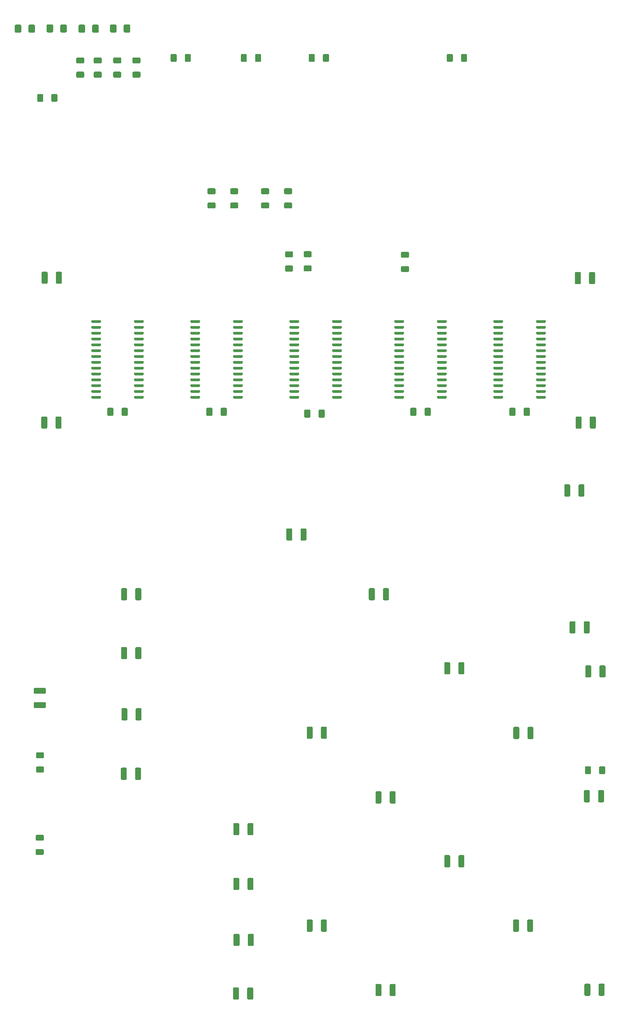
<source format=gbp>
G04 #@! TF.GenerationSoftware,KiCad,Pcbnew,(5.1.10)-1*
G04 #@! TF.CreationDate,2022-01-05T11:35:52+00:00*
G04 #@! TF.ProjectId,opena3xx-mcdu,6f70656e-6133-4787-982d-6d6364752e6b,0.1*
G04 #@! TF.SameCoordinates,Original*
G04 #@! TF.FileFunction,Paste,Bot*
G04 #@! TF.FilePolarity,Positive*
%FSLAX46Y46*%
G04 Gerber Fmt 4.6, Leading zero omitted, Abs format (unit mm)*
G04 Created by KiCad (PCBNEW (5.1.10)-1) date 2022-01-05 11:35:52*
%MOMM*%
%LPD*%
G01*
G04 APERTURE LIST*
G04 APERTURE END LIST*
G36*
G01*
X45352280Y-172399720D02*
X43202280Y-172399720D01*
G75*
G02*
X42952280Y-172149720I0J250000D01*
G01*
X42952280Y-171349720D01*
G75*
G02*
X43202280Y-171099720I250000J0D01*
G01*
X45352280Y-171099720D01*
G75*
G02*
X45602280Y-171349720I0J-250000D01*
G01*
X45602280Y-172149720D01*
G75*
G02*
X45352280Y-172399720I-250000J0D01*
G01*
G37*
G36*
G01*
X45352280Y-175499720D02*
X43202280Y-175499720D01*
G75*
G02*
X42952280Y-175249720I0J250000D01*
G01*
X42952280Y-174449720D01*
G75*
G02*
X43202280Y-174199720I250000J0D01*
G01*
X45352280Y-174199720D01*
G75*
G02*
X45602280Y-174449720I0J-250000D01*
G01*
X45602280Y-175249720D01*
G75*
G02*
X45352280Y-175499720I-250000J0D01*
G01*
G37*
G36*
G01*
X166256540Y-168595620D02*
X166256540Y-166445620D01*
G75*
G02*
X166506540Y-166195620I250000J0D01*
G01*
X167306540Y-166195620D01*
G75*
G02*
X167556540Y-166445620I0J-250000D01*
G01*
X167556540Y-168595620D01*
G75*
G02*
X167306540Y-168845620I-250000J0D01*
G01*
X166506540Y-168845620D01*
G75*
G02*
X166256540Y-168595620I0J250000D01*
G01*
G37*
G36*
G01*
X163156540Y-168595620D02*
X163156540Y-166445620D01*
G75*
G02*
X163406540Y-166195620I250000J0D01*
G01*
X164206540Y-166195620D01*
G75*
G02*
X164456540Y-166445620I0J-250000D01*
G01*
X164456540Y-168595620D01*
G75*
G02*
X164206540Y-168845620I-250000J0D01*
G01*
X163406540Y-168845620D01*
G75*
G02*
X163156540Y-168595620I0J250000D01*
G01*
G37*
G36*
G01*
X162835160Y-158979180D02*
X162835160Y-156829180D01*
G75*
G02*
X163085160Y-156579180I250000J0D01*
G01*
X163885160Y-156579180D01*
G75*
G02*
X164135160Y-156829180I0J-250000D01*
G01*
X164135160Y-158979180D01*
G75*
G02*
X163885160Y-159229180I-250000J0D01*
G01*
X163085160Y-159229180D01*
G75*
G02*
X162835160Y-158979180I0J250000D01*
G01*
G37*
G36*
G01*
X159735160Y-158979180D02*
X159735160Y-156829180D01*
G75*
G02*
X159985160Y-156579180I250000J0D01*
G01*
X160785160Y-156579180D01*
G75*
G02*
X161035160Y-156829180I0J-250000D01*
G01*
X161035160Y-158979180D01*
G75*
G02*
X160785160Y-159229180I-250000J0D01*
G01*
X159985160Y-159229180D01*
G75*
G02*
X159735160Y-158979180I0J250000D01*
G01*
G37*
G36*
G01*
X161682000Y-129167001D02*
X161682000Y-127016999D01*
G75*
G02*
X161931999Y-126767000I249999J0D01*
G01*
X162732001Y-126767000D01*
G75*
G02*
X162982000Y-127016999I0J-249999D01*
G01*
X162982000Y-129167001D01*
G75*
G02*
X162732001Y-129417000I-249999J0D01*
G01*
X161931999Y-129417000D01*
G75*
G02*
X161682000Y-129167001I0J249999D01*
G01*
G37*
G36*
G01*
X158582000Y-129167001D02*
X158582000Y-127016999D01*
G75*
G02*
X158831999Y-126767000I249999J0D01*
G01*
X159632001Y-126767000D01*
G75*
G02*
X159882000Y-127016999I0J-249999D01*
G01*
X159882000Y-129167001D01*
G75*
G02*
X159632001Y-129417000I-249999J0D01*
G01*
X158831999Y-129417000D01*
G75*
G02*
X158582000Y-129167001I0J249999D01*
G01*
G37*
G36*
G01*
X152469000Y-107922000D02*
X152469000Y-107622000D01*
G75*
G02*
X152619000Y-107472000I150000J0D01*
G01*
X154369000Y-107472000D01*
G75*
G02*
X154519000Y-107622000I0J-150000D01*
G01*
X154519000Y-107922000D01*
G75*
G02*
X154369000Y-108072000I-150000J0D01*
G01*
X152619000Y-108072000D01*
G75*
G02*
X152469000Y-107922000I0J150000D01*
G01*
G37*
G36*
G01*
X152469000Y-106652000D02*
X152469000Y-106352000D01*
G75*
G02*
X152619000Y-106202000I150000J0D01*
G01*
X154369000Y-106202000D01*
G75*
G02*
X154519000Y-106352000I0J-150000D01*
G01*
X154519000Y-106652000D01*
G75*
G02*
X154369000Y-106802000I-150000J0D01*
G01*
X152619000Y-106802000D01*
G75*
G02*
X152469000Y-106652000I0J150000D01*
G01*
G37*
G36*
G01*
X152469000Y-105382000D02*
X152469000Y-105082000D01*
G75*
G02*
X152619000Y-104932000I150000J0D01*
G01*
X154369000Y-104932000D01*
G75*
G02*
X154519000Y-105082000I0J-150000D01*
G01*
X154519000Y-105382000D01*
G75*
G02*
X154369000Y-105532000I-150000J0D01*
G01*
X152619000Y-105532000D01*
G75*
G02*
X152469000Y-105382000I0J150000D01*
G01*
G37*
G36*
G01*
X152469000Y-104112000D02*
X152469000Y-103812000D01*
G75*
G02*
X152619000Y-103662000I150000J0D01*
G01*
X154369000Y-103662000D01*
G75*
G02*
X154519000Y-103812000I0J-150000D01*
G01*
X154519000Y-104112000D01*
G75*
G02*
X154369000Y-104262000I-150000J0D01*
G01*
X152619000Y-104262000D01*
G75*
G02*
X152469000Y-104112000I0J150000D01*
G01*
G37*
G36*
G01*
X152469000Y-102842000D02*
X152469000Y-102542000D01*
G75*
G02*
X152619000Y-102392000I150000J0D01*
G01*
X154369000Y-102392000D01*
G75*
G02*
X154519000Y-102542000I0J-150000D01*
G01*
X154519000Y-102842000D01*
G75*
G02*
X154369000Y-102992000I-150000J0D01*
G01*
X152619000Y-102992000D01*
G75*
G02*
X152469000Y-102842000I0J150000D01*
G01*
G37*
G36*
G01*
X152469000Y-101572000D02*
X152469000Y-101272000D01*
G75*
G02*
X152619000Y-101122000I150000J0D01*
G01*
X154369000Y-101122000D01*
G75*
G02*
X154519000Y-101272000I0J-150000D01*
G01*
X154519000Y-101572000D01*
G75*
G02*
X154369000Y-101722000I-150000J0D01*
G01*
X152619000Y-101722000D01*
G75*
G02*
X152469000Y-101572000I0J150000D01*
G01*
G37*
G36*
G01*
X152469000Y-100302000D02*
X152469000Y-100002000D01*
G75*
G02*
X152619000Y-99852000I150000J0D01*
G01*
X154369000Y-99852000D01*
G75*
G02*
X154519000Y-100002000I0J-150000D01*
G01*
X154519000Y-100302000D01*
G75*
G02*
X154369000Y-100452000I-150000J0D01*
G01*
X152619000Y-100452000D01*
G75*
G02*
X152469000Y-100302000I0J150000D01*
G01*
G37*
G36*
G01*
X152469000Y-99032000D02*
X152469000Y-98732000D01*
G75*
G02*
X152619000Y-98582000I150000J0D01*
G01*
X154369000Y-98582000D01*
G75*
G02*
X154519000Y-98732000I0J-150000D01*
G01*
X154519000Y-99032000D01*
G75*
G02*
X154369000Y-99182000I-150000J0D01*
G01*
X152619000Y-99182000D01*
G75*
G02*
X152469000Y-99032000I0J150000D01*
G01*
G37*
G36*
G01*
X152469000Y-97762000D02*
X152469000Y-97462000D01*
G75*
G02*
X152619000Y-97312000I150000J0D01*
G01*
X154369000Y-97312000D01*
G75*
G02*
X154519000Y-97462000I0J-150000D01*
G01*
X154519000Y-97762000D01*
G75*
G02*
X154369000Y-97912000I-150000J0D01*
G01*
X152619000Y-97912000D01*
G75*
G02*
X152469000Y-97762000I0J150000D01*
G01*
G37*
G36*
G01*
X152469000Y-96492000D02*
X152469000Y-96192000D01*
G75*
G02*
X152619000Y-96042000I150000J0D01*
G01*
X154369000Y-96042000D01*
G75*
G02*
X154519000Y-96192000I0J-150000D01*
G01*
X154519000Y-96492000D01*
G75*
G02*
X154369000Y-96642000I-150000J0D01*
G01*
X152619000Y-96642000D01*
G75*
G02*
X152469000Y-96492000I0J150000D01*
G01*
G37*
G36*
G01*
X152469000Y-95222000D02*
X152469000Y-94922000D01*
G75*
G02*
X152619000Y-94772000I150000J0D01*
G01*
X154369000Y-94772000D01*
G75*
G02*
X154519000Y-94922000I0J-150000D01*
G01*
X154519000Y-95222000D01*
G75*
G02*
X154369000Y-95372000I-150000J0D01*
G01*
X152619000Y-95372000D01*
G75*
G02*
X152469000Y-95222000I0J150000D01*
G01*
G37*
G36*
G01*
X152469000Y-93952000D02*
X152469000Y-93652000D01*
G75*
G02*
X152619000Y-93502000I150000J0D01*
G01*
X154369000Y-93502000D01*
G75*
G02*
X154519000Y-93652000I0J-150000D01*
G01*
X154519000Y-93952000D01*
G75*
G02*
X154369000Y-94102000I-150000J0D01*
G01*
X152619000Y-94102000D01*
G75*
G02*
X152469000Y-93952000I0J150000D01*
G01*
G37*
G36*
G01*
X152469000Y-92682000D02*
X152469000Y-92382000D01*
G75*
G02*
X152619000Y-92232000I150000J0D01*
G01*
X154369000Y-92232000D01*
G75*
G02*
X154519000Y-92382000I0J-150000D01*
G01*
X154519000Y-92682000D01*
G75*
G02*
X154369000Y-92832000I-150000J0D01*
G01*
X152619000Y-92832000D01*
G75*
G02*
X152469000Y-92682000I0J150000D01*
G01*
G37*
G36*
G01*
X152469000Y-91412000D02*
X152469000Y-91112000D01*
G75*
G02*
X152619000Y-90962000I150000J0D01*
G01*
X154369000Y-90962000D01*
G75*
G02*
X154519000Y-91112000I0J-150000D01*
G01*
X154519000Y-91412000D01*
G75*
G02*
X154369000Y-91562000I-150000J0D01*
G01*
X152619000Y-91562000D01*
G75*
G02*
X152469000Y-91412000I0J150000D01*
G01*
G37*
G36*
G01*
X143169000Y-91412000D02*
X143169000Y-91112000D01*
G75*
G02*
X143319000Y-90962000I150000J0D01*
G01*
X145069000Y-90962000D01*
G75*
G02*
X145219000Y-91112000I0J-150000D01*
G01*
X145219000Y-91412000D01*
G75*
G02*
X145069000Y-91562000I-150000J0D01*
G01*
X143319000Y-91562000D01*
G75*
G02*
X143169000Y-91412000I0J150000D01*
G01*
G37*
G36*
G01*
X143169000Y-92682000D02*
X143169000Y-92382000D01*
G75*
G02*
X143319000Y-92232000I150000J0D01*
G01*
X145069000Y-92232000D01*
G75*
G02*
X145219000Y-92382000I0J-150000D01*
G01*
X145219000Y-92682000D01*
G75*
G02*
X145069000Y-92832000I-150000J0D01*
G01*
X143319000Y-92832000D01*
G75*
G02*
X143169000Y-92682000I0J150000D01*
G01*
G37*
G36*
G01*
X143169000Y-93952000D02*
X143169000Y-93652000D01*
G75*
G02*
X143319000Y-93502000I150000J0D01*
G01*
X145069000Y-93502000D01*
G75*
G02*
X145219000Y-93652000I0J-150000D01*
G01*
X145219000Y-93952000D01*
G75*
G02*
X145069000Y-94102000I-150000J0D01*
G01*
X143319000Y-94102000D01*
G75*
G02*
X143169000Y-93952000I0J150000D01*
G01*
G37*
G36*
G01*
X143169000Y-95222000D02*
X143169000Y-94922000D01*
G75*
G02*
X143319000Y-94772000I150000J0D01*
G01*
X145069000Y-94772000D01*
G75*
G02*
X145219000Y-94922000I0J-150000D01*
G01*
X145219000Y-95222000D01*
G75*
G02*
X145069000Y-95372000I-150000J0D01*
G01*
X143319000Y-95372000D01*
G75*
G02*
X143169000Y-95222000I0J150000D01*
G01*
G37*
G36*
G01*
X143169000Y-96492000D02*
X143169000Y-96192000D01*
G75*
G02*
X143319000Y-96042000I150000J0D01*
G01*
X145069000Y-96042000D01*
G75*
G02*
X145219000Y-96192000I0J-150000D01*
G01*
X145219000Y-96492000D01*
G75*
G02*
X145069000Y-96642000I-150000J0D01*
G01*
X143319000Y-96642000D01*
G75*
G02*
X143169000Y-96492000I0J150000D01*
G01*
G37*
G36*
G01*
X143169000Y-97762000D02*
X143169000Y-97462000D01*
G75*
G02*
X143319000Y-97312000I150000J0D01*
G01*
X145069000Y-97312000D01*
G75*
G02*
X145219000Y-97462000I0J-150000D01*
G01*
X145219000Y-97762000D01*
G75*
G02*
X145069000Y-97912000I-150000J0D01*
G01*
X143319000Y-97912000D01*
G75*
G02*
X143169000Y-97762000I0J150000D01*
G01*
G37*
G36*
G01*
X143169000Y-99032000D02*
X143169000Y-98732000D01*
G75*
G02*
X143319000Y-98582000I150000J0D01*
G01*
X145069000Y-98582000D01*
G75*
G02*
X145219000Y-98732000I0J-150000D01*
G01*
X145219000Y-99032000D01*
G75*
G02*
X145069000Y-99182000I-150000J0D01*
G01*
X143319000Y-99182000D01*
G75*
G02*
X143169000Y-99032000I0J150000D01*
G01*
G37*
G36*
G01*
X143169000Y-100302000D02*
X143169000Y-100002000D01*
G75*
G02*
X143319000Y-99852000I150000J0D01*
G01*
X145069000Y-99852000D01*
G75*
G02*
X145219000Y-100002000I0J-150000D01*
G01*
X145219000Y-100302000D01*
G75*
G02*
X145069000Y-100452000I-150000J0D01*
G01*
X143319000Y-100452000D01*
G75*
G02*
X143169000Y-100302000I0J150000D01*
G01*
G37*
G36*
G01*
X143169000Y-101572000D02*
X143169000Y-101272000D01*
G75*
G02*
X143319000Y-101122000I150000J0D01*
G01*
X145069000Y-101122000D01*
G75*
G02*
X145219000Y-101272000I0J-150000D01*
G01*
X145219000Y-101572000D01*
G75*
G02*
X145069000Y-101722000I-150000J0D01*
G01*
X143319000Y-101722000D01*
G75*
G02*
X143169000Y-101572000I0J150000D01*
G01*
G37*
G36*
G01*
X143169000Y-102842000D02*
X143169000Y-102542000D01*
G75*
G02*
X143319000Y-102392000I150000J0D01*
G01*
X145069000Y-102392000D01*
G75*
G02*
X145219000Y-102542000I0J-150000D01*
G01*
X145219000Y-102842000D01*
G75*
G02*
X145069000Y-102992000I-150000J0D01*
G01*
X143319000Y-102992000D01*
G75*
G02*
X143169000Y-102842000I0J150000D01*
G01*
G37*
G36*
G01*
X143169000Y-104112000D02*
X143169000Y-103812000D01*
G75*
G02*
X143319000Y-103662000I150000J0D01*
G01*
X145069000Y-103662000D01*
G75*
G02*
X145219000Y-103812000I0J-150000D01*
G01*
X145219000Y-104112000D01*
G75*
G02*
X145069000Y-104262000I-150000J0D01*
G01*
X143319000Y-104262000D01*
G75*
G02*
X143169000Y-104112000I0J150000D01*
G01*
G37*
G36*
G01*
X143169000Y-105382000D02*
X143169000Y-105082000D01*
G75*
G02*
X143319000Y-104932000I150000J0D01*
G01*
X145069000Y-104932000D01*
G75*
G02*
X145219000Y-105082000I0J-150000D01*
G01*
X145219000Y-105382000D01*
G75*
G02*
X145069000Y-105532000I-150000J0D01*
G01*
X143319000Y-105532000D01*
G75*
G02*
X143169000Y-105382000I0J150000D01*
G01*
G37*
G36*
G01*
X143169000Y-106652000D02*
X143169000Y-106352000D01*
G75*
G02*
X143319000Y-106202000I150000J0D01*
G01*
X145069000Y-106202000D01*
G75*
G02*
X145219000Y-106352000I0J-150000D01*
G01*
X145219000Y-106652000D01*
G75*
G02*
X145069000Y-106802000I-150000J0D01*
G01*
X143319000Y-106802000D01*
G75*
G02*
X143169000Y-106652000I0J150000D01*
G01*
G37*
G36*
G01*
X143169000Y-107922000D02*
X143169000Y-107622000D01*
G75*
G02*
X143319000Y-107472000I150000J0D01*
G01*
X145069000Y-107472000D01*
G75*
G02*
X145219000Y-107622000I0J-150000D01*
G01*
X145219000Y-107922000D01*
G75*
G02*
X145069000Y-108072000I-150000J0D01*
G01*
X143319000Y-108072000D01*
G75*
G02*
X143169000Y-107922000I0J150000D01*
G01*
G37*
G36*
G01*
X130879000Y-107922000D02*
X130879000Y-107622000D01*
G75*
G02*
X131029000Y-107472000I150000J0D01*
G01*
X132779000Y-107472000D01*
G75*
G02*
X132929000Y-107622000I0J-150000D01*
G01*
X132929000Y-107922000D01*
G75*
G02*
X132779000Y-108072000I-150000J0D01*
G01*
X131029000Y-108072000D01*
G75*
G02*
X130879000Y-107922000I0J150000D01*
G01*
G37*
G36*
G01*
X130879000Y-106652000D02*
X130879000Y-106352000D01*
G75*
G02*
X131029000Y-106202000I150000J0D01*
G01*
X132779000Y-106202000D01*
G75*
G02*
X132929000Y-106352000I0J-150000D01*
G01*
X132929000Y-106652000D01*
G75*
G02*
X132779000Y-106802000I-150000J0D01*
G01*
X131029000Y-106802000D01*
G75*
G02*
X130879000Y-106652000I0J150000D01*
G01*
G37*
G36*
G01*
X130879000Y-105382000D02*
X130879000Y-105082000D01*
G75*
G02*
X131029000Y-104932000I150000J0D01*
G01*
X132779000Y-104932000D01*
G75*
G02*
X132929000Y-105082000I0J-150000D01*
G01*
X132929000Y-105382000D01*
G75*
G02*
X132779000Y-105532000I-150000J0D01*
G01*
X131029000Y-105532000D01*
G75*
G02*
X130879000Y-105382000I0J150000D01*
G01*
G37*
G36*
G01*
X130879000Y-104112000D02*
X130879000Y-103812000D01*
G75*
G02*
X131029000Y-103662000I150000J0D01*
G01*
X132779000Y-103662000D01*
G75*
G02*
X132929000Y-103812000I0J-150000D01*
G01*
X132929000Y-104112000D01*
G75*
G02*
X132779000Y-104262000I-150000J0D01*
G01*
X131029000Y-104262000D01*
G75*
G02*
X130879000Y-104112000I0J150000D01*
G01*
G37*
G36*
G01*
X130879000Y-102842000D02*
X130879000Y-102542000D01*
G75*
G02*
X131029000Y-102392000I150000J0D01*
G01*
X132779000Y-102392000D01*
G75*
G02*
X132929000Y-102542000I0J-150000D01*
G01*
X132929000Y-102842000D01*
G75*
G02*
X132779000Y-102992000I-150000J0D01*
G01*
X131029000Y-102992000D01*
G75*
G02*
X130879000Y-102842000I0J150000D01*
G01*
G37*
G36*
G01*
X130879000Y-101572000D02*
X130879000Y-101272000D01*
G75*
G02*
X131029000Y-101122000I150000J0D01*
G01*
X132779000Y-101122000D01*
G75*
G02*
X132929000Y-101272000I0J-150000D01*
G01*
X132929000Y-101572000D01*
G75*
G02*
X132779000Y-101722000I-150000J0D01*
G01*
X131029000Y-101722000D01*
G75*
G02*
X130879000Y-101572000I0J150000D01*
G01*
G37*
G36*
G01*
X130879000Y-100302000D02*
X130879000Y-100002000D01*
G75*
G02*
X131029000Y-99852000I150000J0D01*
G01*
X132779000Y-99852000D01*
G75*
G02*
X132929000Y-100002000I0J-150000D01*
G01*
X132929000Y-100302000D01*
G75*
G02*
X132779000Y-100452000I-150000J0D01*
G01*
X131029000Y-100452000D01*
G75*
G02*
X130879000Y-100302000I0J150000D01*
G01*
G37*
G36*
G01*
X130879000Y-99032000D02*
X130879000Y-98732000D01*
G75*
G02*
X131029000Y-98582000I150000J0D01*
G01*
X132779000Y-98582000D01*
G75*
G02*
X132929000Y-98732000I0J-150000D01*
G01*
X132929000Y-99032000D01*
G75*
G02*
X132779000Y-99182000I-150000J0D01*
G01*
X131029000Y-99182000D01*
G75*
G02*
X130879000Y-99032000I0J150000D01*
G01*
G37*
G36*
G01*
X130879000Y-97762000D02*
X130879000Y-97462000D01*
G75*
G02*
X131029000Y-97312000I150000J0D01*
G01*
X132779000Y-97312000D01*
G75*
G02*
X132929000Y-97462000I0J-150000D01*
G01*
X132929000Y-97762000D01*
G75*
G02*
X132779000Y-97912000I-150000J0D01*
G01*
X131029000Y-97912000D01*
G75*
G02*
X130879000Y-97762000I0J150000D01*
G01*
G37*
G36*
G01*
X130879000Y-96492000D02*
X130879000Y-96192000D01*
G75*
G02*
X131029000Y-96042000I150000J0D01*
G01*
X132779000Y-96042000D01*
G75*
G02*
X132929000Y-96192000I0J-150000D01*
G01*
X132929000Y-96492000D01*
G75*
G02*
X132779000Y-96642000I-150000J0D01*
G01*
X131029000Y-96642000D01*
G75*
G02*
X130879000Y-96492000I0J150000D01*
G01*
G37*
G36*
G01*
X130879000Y-95222000D02*
X130879000Y-94922000D01*
G75*
G02*
X131029000Y-94772000I150000J0D01*
G01*
X132779000Y-94772000D01*
G75*
G02*
X132929000Y-94922000I0J-150000D01*
G01*
X132929000Y-95222000D01*
G75*
G02*
X132779000Y-95372000I-150000J0D01*
G01*
X131029000Y-95372000D01*
G75*
G02*
X130879000Y-95222000I0J150000D01*
G01*
G37*
G36*
G01*
X130879000Y-93952000D02*
X130879000Y-93652000D01*
G75*
G02*
X131029000Y-93502000I150000J0D01*
G01*
X132779000Y-93502000D01*
G75*
G02*
X132929000Y-93652000I0J-150000D01*
G01*
X132929000Y-93952000D01*
G75*
G02*
X132779000Y-94102000I-150000J0D01*
G01*
X131029000Y-94102000D01*
G75*
G02*
X130879000Y-93952000I0J150000D01*
G01*
G37*
G36*
G01*
X130879000Y-92682000D02*
X130879000Y-92382000D01*
G75*
G02*
X131029000Y-92232000I150000J0D01*
G01*
X132779000Y-92232000D01*
G75*
G02*
X132929000Y-92382000I0J-150000D01*
G01*
X132929000Y-92682000D01*
G75*
G02*
X132779000Y-92832000I-150000J0D01*
G01*
X131029000Y-92832000D01*
G75*
G02*
X130879000Y-92682000I0J150000D01*
G01*
G37*
G36*
G01*
X130879000Y-91412000D02*
X130879000Y-91112000D01*
G75*
G02*
X131029000Y-90962000I150000J0D01*
G01*
X132779000Y-90962000D01*
G75*
G02*
X132929000Y-91112000I0J-150000D01*
G01*
X132929000Y-91412000D01*
G75*
G02*
X132779000Y-91562000I-150000J0D01*
G01*
X131029000Y-91562000D01*
G75*
G02*
X130879000Y-91412000I0J150000D01*
G01*
G37*
G36*
G01*
X121579000Y-91412000D02*
X121579000Y-91112000D01*
G75*
G02*
X121729000Y-90962000I150000J0D01*
G01*
X123479000Y-90962000D01*
G75*
G02*
X123629000Y-91112000I0J-150000D01*
G01*
X123629000Y-91412000D01*
G75*
G02*
X123479000Y-91562000I-150000J0D01*
G01*
X121729000Y-91562000D01*
G75*
G02*
X121579000Y-91412000I0J150000D01*
G01*
G37*
G36*
G01*
X121579000Y-92682000D02*
X121579000Y-92382000D01*
G75*
G02*
X121729000Y-92232000I150000J0D01*
G01*
X123479000Y-92232000D01*
G75*
G02*
X123629000Y-92382000I0J-150000D01*
G01*
X123629000Y-92682000D01*
G75*
G02*
X123479000Y-92832000I-150000J0D01*
G01*
X121729000Y-92832000D01*
G75*
G02*
X121579000Y-92682000I0J150000D01*
G01*
G37*
G36*
G01*
X121579000Y-93952000D02*
X121579000Y-93652000D01*
G75*
G02*
X121729000Y-93502000I150000J0D01*
G01*
X123479000Y-93502000D01*
G75*
G02*
X123629000Y-93652000I0J-150000D01*
G01*
X123629000Y-93952000D01*
G75*
G02*
X123479000Y-94102000I-150000J0D01*
G01*
X121729000Y-94102000D01*
G75*
G02*
X121579000Y-93952000I0J150000D01*
G01*
G37*
G36*
G01*
X121579000Y-95222000D02*
X121579000Y-94922000D01*
G75*
G02*
X121729000Y-94772000I150000J0D01*
G01*
X123479000Y-94772000D01*
G75*
G02*
X123629000Y-94922000I0J-150000D01*
G01*
X123629000Y-95222000D01*
G75*
G02*
X123479000Y-95372000I-150000J0D01*
G01*
X121729000Y-95372000D01*
G75*
G02*
X121579000Y-95222000I0J150000D01*
G01*
G37*
G36*
G01*
X121579000Y-96492000D02*
X121579000Y-96192000D01*
G75*
G02*
X121729000Y-96042000I150000J0D01*
G01*
X123479000Y-96042000D01*
G75*
G02*
X123629000Y-96192000I0J-150000D01*
G01*
X123629000Y-96492000D01*
G75*
G02*
X123479000Y-96642000I-150000J0D01*
G01*
X121729000Y-96642000D01*
G75*
G02*
X121579000Y-96492000I0J150000D01*
G01*
G37*
G36*
G01*
X121579000Y-97762000D02*
X121579000Y-97462000D01*
G75*
G02*
X121729000Y-97312000I150000J0D01*
G01*
X123479000Y-97312000D01*
G75*
G02*
X123629000Y-97462000I0J-150000D01*
G01*
X123629000Y-97762000D01*
G75*
G02*
X123479000Y-97912000I-150000J0D01*
G01*
X121729000Y-97912000D01*
G75*
G02*
X121579000Y-97762000I0J150000D01*
G01*
G37*
G36*
G01*
X121579000Y-99032000D02*
X121579000Y-98732000D01*
G75*
G02*
X121729000Y-98582000I150000J0D01*
G01*
X123479000Y-98582000D01*
G75*
G02*
X123629000Y-98732000I0J-150000D01*
G01*
X123629000Y-99032000D01*
G75*
G02*
X123479000Y-99182000I-150000J0D01*
G01*
X121729000Y-99182000D01*
G75*
G02*
X121579000Y-99032000I0J150000D01*
G01*
G37*
G36*
G01*
X121579000Y-100302000D02*
X121579000Y-100002000D01*
G75*
G02*
X121729000Y-99852000I150000J0D01*
G01*
X123479000Y-99852000D01*
G75*
G02*
X123629000Y-100002000I0J-150000D01*
G01*
X123629000Y-100302000D01*
G75*
G02*
X123479000Y-100452000I-150000J0D01*
G01*
X121729000Y-100452000D01*
G75*
G02*
X121579000Y-100302000I0J150000D01*
G01*
G37*
G36*
G01*
X121579000Y-101572000D02*
X121579000Y-101272000D01*
G75*
G02*
X121729000Y-101122000I150000J0D01*
G01*
X123479000Y-101122000D01*
G75*
G02*
X123629000Y-101272000I0J-150000D01*
G01*
X123629000Y-101572000D01*
G75*
G02*
X123479000Y-101722000I-150000J0D01*
G01*
X121729000Y-101722000D01*
G75*
G02*
X121579000Y-101572000I0J150000D01*
G01*
G37*
G36*
G01*
X121579000Y-102842000D02*
X121579000Y-102542000D01*
G75*
G02*
X121729000Y-102392000I150000J0D01*
G01*
X123479000Y-102392000D01*
G75*
G02*
X123629000Y-102542000I0J-150000D01*
G01*
X123629000Y-102842000D01*
G75*
G02*
X123479000Y-102992000I-150000J0D01*
G01*
X121729000Y-102992000D01*
G75*
G02*
X121579000Y-102842000I0J150000D01*
G01*
G37*
G36*
G01*
X121579000Y-104112000D02*
X121579000Y-103812000D01*
G75*
G02*
X121729000Y-103662000I150000J0D01*
G01*
X123479000Y-103662000D01*
G75*
G02*
X123629000Y-103812000I0J-150000D01*
G01*
X123629000Y-104112000D01*
G75*
G02*
X123479000Y-104262000I-150000J0D01*
G01*
X121729000Y-104262000D01*
G75*
G02*
X121579000Y-104112000I0J150000D01*
G01*
G37*
G36*
G01*
X121579000Y-105382000D02*
X121579000Y-105082000D01*
G75*
G02*
X121729000Y-104932000I150000J0D01*
G01*
X123479000Y-104932000D01*
G75*
G02*
X123629000Y-105082000I0J-150000D01*
G01*
X123629000Y-105382000D01*
G75*
G02*
X123479000Y-105532000I-150000J0D01*
G01*
X121729000Y-105532000D01*
G75*
G02*
X121579000Y-105382000I0J150000D01*
G01*
G37*
G36*
G01*
X121579000Y-106652000D02*
X121579000Y-106352000D01*
G75*
G02*
X121729000Y-106202000I150000J0D01*
G01*
X123479000Y-106202000D01*
G75*
G02*
X123629000Y-106352000I0J-150000D01*
G01*
X123629000Y-106652000D01*
G75*
G02*
X123479000Y-106802000I-150000J0D01*
G01*
X121729000Y-106802000D01*
G75*
G02*
X121579000Y-106652000I0J150000D01*
G01*
G37*
G36*
G01*
X121579000Y-107922000D02*
X121579000Y-107622000D01*
G75*
G02*
X121729000Y-107472000I150000J0D01*
G01*
X123479000Y-107472000D01*
G75*
G02*
X123629000Y-107622000I0J-150000D01*
G01*
X123629000Y-107922000D01*
G75*
G02*
X123479000Y-108072000I-150000J0D01*
G01*
X121729000Y-108072000D01*
G75*
G02*
X121579000Y-107922000I0J150000D01*
G01*
G37*
G36*
G01*
X108019000Y-107922000D02*
X108019000Y-107622000D01*
G75*
G02*
X108169000Y-107472000I150000J0D01*
G01*
X109919000Y-107472000D01*
G75*
G02*
X110069000Y-107622000I0J-150000D01*
G01*
X110069000Y-107922000D01*
G75*
G02*
X109919000Y-108072000I-150000J0D01*
G01*
X108169000Y-108072000D01*
G75*
G02*
X108019000Y-107922000I0J150000D01*
G01*
G37*
G36*
G01*
X108019000Y-106652000D02*
X108019000Y-106352000D01*
G75*
G02*
X108169000Y-106202000I150000J0D01*
G01*
X109919000Y-106202000D01*
G75*
G02*
X110069000Y-106352000I0J-150000D01*
G01*
X110069000Y-106652000D01*
G75*
G02*
X109919000Y-106802000I-150000J0D01*
G01*
X108169000Y-106802000D01*
G75*
G02*
X108019000Y-106652000I0J150000D01*
G01*
G37*
G36*
G01*
X108019000Y-105382000D02*
X108019000Y-105082000D01*
G75*
G02*
X108169000Y-104932000I150000J0D01*
G01*
X109919000Y-104932000D01*
G75*
G02*
X110069000Y-105082000I0J-150000D01*
G01*
X110069000Y-105382000D01*
G75*
G02*
X109919000Y-105532000I-150000J0D01*
G01*
X108169000Y-105532000D01*
G75*
G02*
X108019000Y-105382000I0J150000D01*
G01*
G37*
G36*
G01*
X108019000Y-104112000D02*
X108019000Y-103812000D01*
G75*
G02*
X108169000Y-103662000I150000J0D01*
G01*
X109919000Y-103662000D01*
G75*
G02*
X110069000Y-103812000I0J-150000D01*
G01*
X110069000Y-104112000D01*
G75*
G02*
X109919000Y-104262000I-150000J0D01*
G01*
X108169000Y-104262000D01*
G75*
G02*
X108019000Y-104112000I0J150000D01*
G01*
G37*
G36*
G01*
X108019000Y-102842000D02*
X108019000Y-102542000D01*
G75*
G02*
X108169000Y-102392000I150000J0D01*
G01*
X109919000Y-102392000D01*
G75*
G02*
X110069000Y-102542000I0J-150000D01*
G01*
X110069000Y-102842000D01*
G75*
G02*
X109919000Y-102992000I-150000J0D01*
G01*
X108169000Y-102992000D01*
G75*
G02*
X108019000Y-102842000I0J150000D01*
G01*
G37*
G36*
G01*
X108019000Y-101572000D02*
X108019000Y-101272000D01*
G75*
G02*
X108169000Y-101122000I150000J0D01*
G01*
X109919000Y-101122000D01*
G75*
G02*
X110069000Y-101272000I0J-150000D01*
G01*
X110069000Y-101572000D01*
G75*
G02*
X109919000Y-101722000I-150000J0D01*
G01*
X108169000Y-101722000D01*
G75*
G02*
X108019000Y-101572000I0J150000D01*
G01*
G37*
G36*
G01*
X108019000Y-100302000D02*
X108019000Y-100002000D01*
G75*
G02*
X108169000Y-99852000I150000J0D01*
G01*
X109919000Y-99852000D01*
G75*
G02*
X110069000Y-100002000I0J-150000D01*
G01*
X110069000Y-100302000D01*
G75*
G02*
X109919000Y-100452000I-150000J0D01*
G01*
X108169000Y-100452000D01*
G75*
G02*
X108019000Y-100302000I0J150000D01*
G01*
G37*
G36*
G01*
X108019000Y-99032000D02*
X108019000Y-98732000D01*
G75*
G02*
X108169000Y-98582000I150000J0D01*
G01*
X109919000Y-98582000D01*
G75*
G02*
X110069000Y-98732000I0J-150000D01*
G01*
X110069000Y-99032000D01*
G75*
G02*
X109919000Y-99182000I-150000J0D01*
G01*
X108169000Y-99182000D01*
G75*
G02*
X108019000Y-99032000I0J150000D01*
G01*
G37*
G36*
G01*
X108019000Y-97762000D02*
X108019000Y-97462000D01*
G75*
G02*
X108169000Y-97312000I150000J0D01*
G01*
X109919000Y-97312000D01*
G75*
G02*
X110069000Y-97462000I0J-150000D01*
G01*
X110069000Y-97762000D01*
G75*
G02*
X109919000Y-97912000I-150000J0D01*
G01*
X108169000Y-97912000D01*
G75*
G02*
X108019000Y-97762000I0J150000D01*
G01*
G37*
G36*
G01*
X108019000Y-96492000D02*
X108019000Y-96192000D01*
G75*
G02*
X108169000Y-96042000I150000J0D01*
G01*
X109919000Y-96042000D01*
G75*
G02*
X110069000Y-96192000I0J-150000D01*
G01*
X110069000Y-96492000D01*
G75*
G02*
X109919000Y-96642000I-150000J0D01*
G01*
X108169000Y-96642000D01*
G75*
G02*
X108019000Y-96492000I0J150000D01*
G01*
G37*
G36*
G01*
X108019000Y-95222000D02*
X108019000Y-94922000D01*
G75*
G02*
X108169000Y-94772000I150000J0D01*
G01*
X109919000Y-94772000D01*
G75*
G02*
X110069000Y-94922000I0J-150000D01*
G01*
X110069000Y-95222000D01*
G75*
G02*
X109919000Y-95372000I-150000J0D01*
G01*
X108169000Y-95372000D01*
G75*
G02*
X108019000Y-95222000I0J150000D01*
G01*
G37*
G36*
G01*
X108019000Y-93952000D02*
X108019000Y-93652000D01*
G75*
G02*
X108169000Y-93502000I150000J0D01*
G01*
X109919000Y-93502000D01*
G75*
G02*
X110069000Y-93652000I0J-150000D01*
G01*
X110069000Y-93952000D01*
G75*
G02*
X109919000Y-94102000I-150000J0D01*
G01*
X108169000Y-94102000D01*
G75*
G02*
X108019000Y-93952000I0J150000D01*
G01*
G37*
G36*
G01*
X108019000Y-92682000D02*
X108019000Y-92382000D01*
G75*
G02*
X108169000Y-92232000I150000J0D01*
G01*
X109919000Y-92232000D01*
G75*
G02*
X110069000Y-92382000I0J-150000D01*
G01*
X110069000Y-92682000D01*
G75*
G02*
X109919000Y-92832000I-150000J0D01*
G01*
X108169000Y-92832000D01*
G75*
G02*
X108019000Y-92682000I0J150000D01*
G01*
G37*
G36*
G01*
X108019000Y-91412000D02*
X108019000Y-91112000D01*
G75*
G02*
X108169000Y-90962000I150000J0D01*
G01*
X109919000Y-90962000D01*
G75*
G02*
X110069000Y-91112000I0J-150000D01*
G01*
X110069000Y-91412000D01*
G75*
G02*
X109919000Y-91562000I-150000J0D01*
G01*
X108169000Y-91562000D01*
G75*
G02*
X108019000Y-91412000I0J150000D01*
G01*
G37*
G36*
G01*
X98719000Y-91412000D02*
X98719000Y-91112000D01*
G75*
G02*
X98869000Y-90962000I150000J0D01*
G01*
X100619000Y-90962000D01*
G75*
G02*
X100769000Y-91112000I0J-150000D01*
G01*
X100769000Y-91412000D01*
G75*
G02*
X100619000Y-91562000I-150000J0D01*
G01*
X98869000Y-91562000D01*
G75*
G02*
X98719000Y-91412000I0J150000D01*
G01*
G37*
G36*
G01*
X98719000Y-92682000D02*
X98719000Y-92382000D01*
G75*
G02*
X98869000Y-92232000I150000J0D01*
G01*
X100619000Y-92232000D01*
G75*
G02*
X100769000Y-92382000I0J-150000D01*
G01*
X100769000Y-92682000D01*
G75*
G02*
X100619000Y-92832000I-150000J0D01*
G01*
X98869000Y-92832000D01*
G75*
G02*
X98719000Y-92682000I0J150000D01*
G01*
G37*
G36*
G01*
X98719000Y-93952000D02*
X98719000Y-93652000D01*
G75*
G02*
X98869000Y-93502000I150000J0D01*
G01*
X100619000Y-93502000D01*
G75*
G02*
X100769000Y-93652000I0J-150000D01*
G01*
X100769000Y-93952000D01*
G75*
G02*
X100619000Y-94102000I-150000J0D01*
G01*
X98869000Y-94102000D01*
G75*
G02*
X98719000Y-93952000I0J150000D01*
G01*
G37*
G36*
G01*
X98719000Y-95222000D02*
X98719000Y-94922000D01*
G75*
G02*
X98869000Y-94772000I150000J0D01*
G01*
X100619000Y-94772000D01*
G75*
G02*
X100769000Y-94922000I0J-150000D01*
G01*
X100769000Y-95222000D01*
G75*
G02*
X100619000Y-95372000I-150000J0D01*
G01*
X98869000Y-95372000D01*
G75*
G02*
X98719000Y-95222000I0J150000D01*
G01*
G37*
G36*
G01*
X98719000Y-96492000D02*
X98719000Y-96192000D01*
G75*
G02*
X98869000Y-96042000I150000J0D01*
G01*
X100619000Y-96042000D01*
G75*
G02*
X100769000Y-96192000I0J-150000D01*
G01*
X100769000Y-96492000D01*
G75*
G02*
X100619000Y-96642000I-150000J0D01*
G01*
X98869000Y-96642000D01*
G75*
G02*
X98719000Y-96492000I0J150000D01*
G01*
G37*
G36*
G01*
X98719000Y-97762000D02*
X98719000Y-97462000D01*
G75*
G02*
X98869000Y-97312000I150000J0D01*
G01*
X100619000Y-97312000D01*
G75*
G02*
X100769000Y-97462000I0J-150000D01*
G01*
X100769000Y-97762000D01*
G75*
G02*
X100619000Y-97912000I-150000J0D01*
G01*
X98869000Y-97912000D01*
G75*
G02*
X98719000Y-97762000I0J150000D01*
G01*
G37*
G36*
G01*
X98719000Y-99032000D02*
X98719000Y-98732000D01*
G75*
G02*
X98869000Y-98582000I150000J0D01*
G01*
X100619000Y-98582000D01*
G75*
G02*
X100769000Y-98732000I0J-150000D01*
G01*
X100769000Y-99032000D01*
G75*
G02*
X100619000Y-99182000I-150000J0D01*
G01*
X98869000Y-99182000D01*
G75*
G02*
X98719000Y-99032000I0J150000D01*
G01*
G37*
G36*
G01*
X98719000Y-100302000D02*
X98719000Y-100002000D01*
G75*
G02*
X98869000Y-99852000I150000J0D01*
G01*
X100619000Y-99852000D01*
G75*
G02*
X100769000Y-100002000I0J-150000D01*
G01*
X100769000Y-100302000D01*
G75*
G02*
X100619000Y-100452000I-150000J0D01*
G01*
X98869000Y-100452000D01*
G75*
G02*
X98719000Y-100302000I0J150000D01*
G01*
G37*
G36*
G01*
X98719000Y-101572000D02*
X98719000Y-101272000D01*
G75*
G02*
X98869000Y-101122000I150000J0D01*
G01*
X100619000Y-101122000D01*
G75*
G02*
X100769000Y-101272000I0J-150000D01*
G01*
X100769000Y-101572000D01*
G75*
G02*
X100619000Y-101722000I-150000J0D01*
G01*
X98869000Y-101722000D01*
G75*
G02*
X98719000Y-101572000I0J150000D01*
G01*
G37*
G36*
G01*
X98719000Y-102842000D02*
X98719000Y-102542000D01*
G75*
G02*
X98869000Y-102392000I150000J0D01*
G01*
X100619000Y-102392000D01*
G75*
G02*
X100769000Y-102542000I0J-150000D01*
G01*
X100769000Y-102842000D01*
G75*
G02*
X100619000Y-102992000I-150000J0D01*
G01*
X98869000Y-102992000D01*
G75*
G02*
X98719000Y-102842000I0J150000D01*
G01*
G37*
G36*
G01*
X98719000Y-104112000D02*
X98719000Y-103812000D01*
G75*
G02*
X98869000Y-103662000I150000J0D01*
G01*
X100619000Y-103662000D01*
G75*
G02*
X100769000Y-103812000I0J-150000D01*
G01*
X100769000Y-104112000D01*
G75*
G02*
X100619000Y-104262000I-150000J0D01*
G01*
X98869000Y-104262000D01*
G75*
G02*
X98719000Y-104112000I0J150000D01*
G01*
G37*
G36*
G01*
X98719000Y-105382000D02*
X98719000Y-105082000D01*
G75*
G02*
X98869000Y-104932000I150000J0D01*
G01*
X100619000Y-104932000D01*
G75*
G02*
X100769000Y-105082000I0J-150000D01*
G01*
X100769000Y-105382000D01*
G75*
G02*
X100619000Y-105532000I-150000J0D01*
G01*
X98869000Y-105532000D01*
G75*
G02*
X98719000Y-105382000I0J150000D01*
G01*
G37*
G36*
G01*
X98719000Y-106652000D02*
X98719000Y-106352000D01*
G75*
G02*
X98869000Y-106202000I150000J0D01*
G01*
X100619000Y-106202000D01*
G75*
G02*
X100769000Y-106352000I0J-150000D01*
G01*
X100769000Y-106652000D01*
G75*
G02*
X100619000Y-106802000I-150000J0D01*
G01*
X98869000Y-106802000D01*
G75*
G02*
X98719000Y-106652000I0J150000D01*
G01*
G37*
G36*
G01*
X98719000Y-107922000D02*
X98719000Y-107622000D01*
G75*
G02*
X98869000Y-107472000I150000J0D01*
G01*
X100619000Y-107472000D01*
G75*
G02*
X100769000Y-107622000I0J-150000D01*
G01*
X100769000Y-107922000D01*
G75*
G02*
X100619000Y-108072000I-150000J0D01*
G01*
X98869000Y-108072000D01*
G75*
G02*
X98719000Y-107922000I0J150000D01*
G01*
G37*
G36*
G01*
X86429000Y-107922000D02*
X86429000Y-107622000D01*
G75*
G02*
X86579000Y-107472000I150000J0D01*
G01*
X88329000Y-107472000D01*
G75*
G02*
X88479000Y-107622000I0J-150000D01*
G01*
X88479000Y-107922000D01*
G75*
G02*
X88329000Y-108072000I-150000J0D01*
G01*
X86579000Y-108072000D01*
G75*
G02*
X86429000Y-107922000I0J150000D01*
G01*
G37*
G36*
G01*
X86429000Y-106652000D02*
X86429000Y-106352000D01*
G75*
G02*
X86579000Y-106202000I150000J0D01*
G01*
X88329000Y-106202000D01*
G75*
G02*
X88479000Y-106352000I0J-150000D01*
G01*
X88479000Y-106652000D01*
G75*
G02*
X88329000Y-106802000I-150000J0D01*
G01*
X86579000Y-106802000D01*
G75*
G02*
X86429000Y-106652000I0J150000D01*
G01*
G37*
G36*
G01*
X86429000Y-105382000D02*
X86429000Y-105082000D01*
G75*
G02*
X86579000Y-104932000I150000J0D01*
G01*
X88329000Y-104932000D01*
G75*
G02*
X88479000Y-105082000I0J-150000D01*
G01*
X88479000Y-105382000D01*
G75*
G02*
X88329000Y-105532000I-150000J0D01*
G01*
X86579000Y-105532000D01*
G75*
G02*
X86429000Y-105382000I0J150000D01*
G01*
G37*
G36*
G01*
X86429000Y-104112000D02*
X86429000Y-103812000D01*
G75*
G02*
X86579000Y-103662000I150000J0D01*
G01*
X88329000Y-103662000D01*
G75*
G02*
X88479000Y-103812000I0J-150000D01*
G01*
X88479000Y-104112000D01*
G75*
G02*
X88329000Y-104262000I-150000J0D01*
G01*
X86579000Y-104262000D01*
G75*
G02*
X86429000Y-104112000I0J150000D01*
G01*
G37*
G36*
G01*
X86429000Y-102842000D02*
X86429000Y-102542000D01*
G75*
G02*
X86579000Y-102392000I150000J0D01*
G01*
X88329000Y-102392000D01*
G75*
G02*
X88479000Y-102542000I0J-150000D01*
G01*
X88479000Y-102842000D01*
G75*
G02*
X88329000Y-102992000I-150000J0D01*
G01*
X86579000Y-102992000D01*
G75*
G02*
X86429000Y-102842000I0J150000D01*
G01*
G37*
G36*
G01*
X86429000Y-101572000D02*
X86429000Y-101272000D01*
G75*
G02*
X86579000Y-101122000I150000J0D01*
G01*
X88329000Y-101122000D01*
G75*
G02*
X88479000Y-101272000I0J-150000D01*
G01*
X88479000Y-101572000D01*
G75*
G02*
X88329000Y-101722000I-150000J0D01*
G01*
X86579000Y-101722000D01*
G75*
G02*
X86429000Y-101572000I0J150000D01*
G01*
G37*
G36*
G01*
X86429000Y-100302000D02*
X86429000Y-100002000D01*
G75*
G02*
X86579000Y-99852000I150000J0D01*
G01*
X88329000Y-99852000D01*
G75*
G02*
X88479000Y-100002000I0J-150000D01*
G01*
X88479000Y-100302000D01*
G75*
G02*
X88329000Y-100452000I-150000J0D01*
G01*
X86579000Y-100452000D01*
G75*
G02*
X86429000Y-100302000I0J150000D01*
G01*
G37*
G36*
G01*
X86429000Y-99032000D02*
X86429000Y-98732000D01*
G75*
G02*
X86579000Y-98582000I150000J0D01*
G01*
X88329000Y-98582000D01*
G75*
G02*
X88479000Y-98732000I0J-150000D01*
G01*
X88479000Y-99032000D01*
G75*
G02*
X88329000Y-99182000I-150000J0D01*
G01*
X86579000Y-99182000D01*
G75*
G02*
X86429000Y-99032000I0J150000D01*
G01*
G37*
G36*
G01*
X86429000Y-97762000D02*
X86429000Y-97462000D01*
G75*
G02*
X86579000Y-97312000I150000J0D01*
G01*
X88329000Y-97312000D01*
G75*
G02*
X88479000Y-97462000I0J-150000D01*
G01*
X88479000Y-97762000D01*
G75*
G02*
X88329000Y-97912000I-150000J0D01*
G01*
X86579000Y-97912000D01*
G75*
G02*
X86429000Y-97762000I0J150000D01*
G01*
G37*
G36*
G01*
X86429000Y-96492000D02*
X86429000Y-96192000D01*
G75*
G02*
X86579000Y-96042000I150000J0D01*
G01*
X88329000Y-96042000D01*
G75*
G02*
X88479000Y-96192000I0J-150000D01*
G01*
X88479000Y-96492000D01*
G75*
G02*
X88329000Y-96642000I-150000J0D01*
G01*
X86579000Y-96642000D01*
G75*
G02*
X86429000Y-96492000I0J150000D01*
G01*
G37*
G36*
G01*
X86429000Y-95222000D02*
X86429000Y-94922000D01*
G75*
G02*
X86579000Y-94772000I150000J0D01*
G01*
X88329000Y-94772000D01*
G75*
G02*
X88479000Y-94922000I0J-150000D01*
G01*
X88479000Y-95222000D01*
G75*
G02*
X88329000Y-95372000I-150000J0D01*
G01*
X86579000Y-95372000D01*
G75*
G02*
X86429000Y-95222000I0J150000D01*
G01*
G37*
G36*
G01*
X86429000Y-93952000D02*
X86429000Y-93652000D01*
G75*
G02*
X86579000Y-93502000I150000J0D01*
G01*
X88329000Y-93502000D01*
G75*
G02*
X88479000Y-93652000I0J-150000D01*
G01*
X88479000Y-93952000D01*
G75*
G02*
X88329000Y-94102000I-150000J0D01*
G01*
X86579000Y-94102000D01*
G75*
G02*
X86429000Y-93952000I0J150000D01*
G01*
G37*
G36*
G01*
X86429000Y-92682000D02*
X86429000Y-92382000D01*
G75*
G02*
X86579000Y-92232000I150000J0D01*
G01*
X88329000Y-92232000D01*
G75*
G02*
X88479000Y-92382000I0J-150000D01*
G01*
X88479000Y-92682000D01*
G75*
G02*
X88329000Y-92832000I-150000J0D01*
G01*
X86579000Y-92832000D01*
G75*
G02*
X86429000Y-92682000I0J150000D01*
G01*
G37*
G36*
G01*
X86429000Y-91412000D02*
X86429000Y-91112000D01*
G75*
G02*
X86579000Y-90962000I150000J0D01*
G01*
X88329000Y-90962000D01*
G75*
G02*
X88479000Y-91112000I0J-150000D01*
G01*
X88479000Y-91412000D01*
G75*
G02*
X88329000Y-91562000I-150000J0D01*
G01*
X86579000Y-91562000D01*
G75*
G02*
X86429000Y-91412000I0J150000D01*
G01*
G37*
G36*
G01*
X77129000Y-91412000D02*
X77129000Y-91112000D01*
G75*
G02*
X77279000Y-90962000I150000J0D01*
G01*
X79029000Y-90962000D01*
G75*
G02*
X79179000Y-91112000I0J-150000D01*
G01*
X79179000Y-91412000D01*
G75*
G02*
X79029000Y-91562000I-150000J0D01*
G01*
X77279000Y-91562000D01*
G75*
G02*
X77129000Y-91412000I0J150000D01*
G01*
G37*
G36*
G01*
X77129000Y-92682000D02*
X77129000Y-92382000D01*
G75*
G02*
X77279000Y-92232000I150000J0D01*
G01*
X79029000Y-92232000D01*
G75*
G02*
X79179000Y-92382000I0J-150000D01*
G01*
X79179000Y-92682000D01*
G75*
G02*
X79029000Y-92832000I-150000J0D01*
G01*
X77279000Y-92832000D01*
G75*
G02*
X77129000Y-92682000I0J150000D01*
G01*
G37*
G36*
G01*
X77129000Y-93952000D02*
X77129000Y-93652000D01*
G75*
G02*
X77279000Y-93502000I150000J0D01*
G01*
X79029000Y-93502000D01*
G75*
G02*
X79179000Y-93652000I0J-150000D01*
G01*
X79179000Y-93952000D01*
G75*
G02*
X79029000Y-94102000I-150000J0D01*
G01*
X77279000Y-94102000D01*
G75*
G02*
X77129000Y-93952000I0J150000D01*
G01*
G37*
G36*
G01*
X77129000Y-95222000D02*
X77129000Y-94922000D01*
G75*
G02*
X77279000Y-94772000I150000J0D01*
G01*
X79029000Y-94772000D01*
G75*
G02*
X79179000Y-94922000I0J-150000D01*
G01*
X79179000Y-95222000D01*
G75*
G02*
X79029000Y-95372000I-150000J0D01*
G01*
X77279000Y-95372000D01*
G75*
G02*
X77129000Y-95222000I0J150000D01*
G01*
G37*
G36*
G01*
X77129000Y-96492000D02*
X77129000Y-96192000D01*
G75*
G02*
X77279000Y-96042000I150000J0D01*
G01*
X79029000Y-96042000D01*
G75*
G02*
X79179000Y-96192000I0J-150000D01*
G01*
X79179000Y-96492000D01*
G75*
G02*
X79029000Y-96642000I-150000J0D01*
G01*
X77279000Y-96642000D01*
G75*
G02*
X77129000Y-96492000I0J150000D01*
G01*
G37*
G36*
G01*
X77129000Y-97762000D02*
X77129000Y-97462000D01*
G75*
G02*
X77279000Y-97312000I150000J0D01*
G01*
X79029000Y-97312000D01*
G75*
G02*
X79179000Y-97462000I0J-150000D01*
G01*
X79179000Y-97762000D01*
G75*
G02*
X79029000Y-97912000I-150000J0D01*
G01*
X77279000Y-97912000D01*
G75*
G02*
X77129000Y-97762000I0J150000D01*
G01*
G37*
G36*
G01*
X77129000Y-99032000D02*
X77129000Y-98732000D01*
G75*
G02*
X77279000Y-98582000I150000J0D01*
G01*
X79029000Y-98582000D01*
G75*
G02*
X79179000Y-98732000I0J-150000D01*
G01*
X79179000Y-99032000D01*
G75*
G02*
X79029000Y-99182000I-150000J0D01*
G01*
X77279000Y-99182000D01*
G75*
G02*
X77129000Y-99032000I0J150000D01*
G01*
G37*
G36*
G01*
X77129000Y-100302000D02*
X77129000Y-100002000D01*
G75*
G02*
X77279000Y-99852000I150000J0D01*
G01*
X79029000Y-99852000D01*
G75*
G02*
X79179000Y-100002000I0J-150000D01*
G01*
X79179000Y-100302000D01*
G75*
G02*
X79029000Y-100452000I-150000J0D01*
G01*
X77279000Y-100452000D01*
G75*
G02*
X77129000Y-100302000I0J150000D01*
G01*
G37*
G36*
G01*
X77129000Y-101572000D02*
X77129000Y-101272000D01*
G75*
G02*
X77279000Y-101122000I150000J0D01*
G01*
X79029000Y-101122000D01*
G75*
G02*
X79179000Y-101272000I0J-150000D01*
G01*
X79179000Y-101572000D01*
G75*
G02*
X79029000Y-101722000I-150000J0D01*
G01*
X77279000Y-101722000D01*
G75*
G02*
X77129000Y-101572000I0J150000D01*
G01*
G37*
G36*
G01*
X77129000Y-102842000D02*
X77129000Y-102542000D01*
G75*
G02*
X77279000Y-102392000I150000J0D01*
G01*
X79029000Y-102392000D01*
G75*
G02*
X79179000Y-102542000I0J-150000D01*
G01*
X79179000Y-102842000D01*
G75*
G02*
X79029000Y-102992000I-150000J0D01*
G01*
X77279000Y-102992000D01*
G75*
G02*
X77129000Y-102842000I0J150000D01*
G01*
G37*
G36*
G01*
X77129000Y-104112000D02*
X77129000Y-103812000D01*
G75*
G02*
X77279000Y-103662000I150000J0D01*
G01*
X79029000Y-103662000D01*
G75*
G02*
X79179000Y-103812000I0J-150000D01*
G01*
X79179000Y-104112000D01*
G75*
G02*
X79029000Y-104262000I-150000J0D01*
G01*
X77279000Y-104262000D01*
G75*
G02*
X77129000Y-104112000I0J150000D01*
G01*
G37*
G36*
G01*
X77129000Y-105382000D02*
X77129000Y-105082000D01*
G75*
G02*
X77279000Y-104932000I150000J0D01*
G01*
X79029000Y-104932000D01*
G75*
G02*
X79179000Y-105082000I0J-150000D01*
G01*
X79179000Y-105382000D01*
G75*
G02*
X79029000Y-105532000I-150000J0D01*
G01*
X77279000Y-105532000D01*
G75*
G02*
X77129000Y-105382000I0J150000D01*
G01*
G37*
G36*
G01*
X77129000Y-106652000D02*
X77129000Y-106352000D01*
G75*
G02*
X77279000Y-106202000I150000J0D01*
G01*
X79029000Y-106202000D01*
G75*
G02*
X79179000Y-106352000I0J-150000D01*
G01*
X79179000Y-106652000D01*
G75*
G02*
X79029000Y-106802000I-150000J0D01*
G01*
X77279000Y-106802000D01*
G75*
G02*
X77129000Y-106652000I0J150000D01*
G01*
G37*
G36*
G01*
X77129000Y-107922000D02*
X77129000Y-107622000D01*
G75*
G02*
X77279000Y-107472000I150000J0D01*
G01*
X79029000Y-107472000D01*
G75*
G02*
X79179000Y-107622000I0J-150000D01*
G01*
X79179000Y-107922000D01*
G75*
G02*
X79029000Y-108072000I-150000J0D01*
G01*
X77279000Y-108072000D01*
G75*
G02*
X77129000Y-107922000I0J150000D01*
G01*
G37*
G36*
G01*
X64839000Y-107922000D02*
X64839000Y-107622000D01*
G75*
G02*
X64989000Y-107472000I150000J0D01*
G01*
X66739000Y-107472000D01*
G75*
G02*
X66889000Y-107622000I0J-150000D01*
G01*
X66889000Y-107922000D01*
G75*
G02*
X66739000Y-108072000I-150000J0D01*
G01*
X64989000Y-108072000D01*
G75*
G02*
X64839000Y-107922000I0J150000D01*
G01*
G37*
G36*
G01*
X64839000Y-106652000D02*
X64839000Y-106352000D01*
G75*
G02*
X64989000Y-106202000I150000J0D01*
G01*
X66739000Y-106202000D01*
G75*
G02*
X66889000Y-106352000I0J-150000D01*
G01*
X66889000Y-106652000D01*
G75*
G02*
X66739000Y-106802000I-150000J0D01*
G01*
X64989000Y-106802000D01*
G75*
G02*
X64839000Y-106652000I0J150000D01*
G01*
G37*
G36*
G01*
X64839000Y-105382000D02*
X64839000Y-105082000D01*
G75*
G02*
X64989000Y-104932000I150000J0D01*
G01*
X66739000Y-104932000D01*
G75*
G02*
X66889000Y-105082000I0J-150000D01*
G01*
X66889000Y-105382000D01*
G75*
G02*
X66739000Y-105532000I-150000J0D01*
G01*
X64989000Y-105532000D01*
G75*
G02*
X64839000Y-105382000I0J150000D01*
G01*
G37*
G36*
G01*
X64839000Y-104112000D02*
X64839000Y-103812000D01*
G75*
G02*
X64989000Y-103662000I150000J0D01*
G01*
X66739000Y-103662000D01*
G75*
G02*
X66889000Y-103812000I0J-150000D01*
G01*
X66889000Y-104112000D01*
G75*
G02*
X66739000Y-104262000I-150000J0D01*
G01*
X64989000Y-104262000D01*
G75*
G02*
X64839000Y-104112000I0J150000D01*
G01*
G37*
G36*
G01*
X64839000Y-102842000D02*
X64839000Y-102542000D01*
G75*
G02*
X64989000Y-102392000I150000J0D01*
G01*
X66739000Y-102392000D01*
G75*
G02*
X66889000Y-102542000I0J-150000D01*
G01*
X66889000Y-102842000D01*
G75*
G02*
X66739000Y-102992000I-150000J0D01*
G01*
X64989000Y-102992000D01*
G75*
G02*
X64839000Y-102842000I0J150000D01*
G01*
G37*
G36*
G01*
X64839000Y-101572000D02*
X64839000Y-101272000D01*
G75*
G02*
X64989000Y-101122000I150000J0D01*
G01*
X66739000Y-101122000D01*
G75*
G02*
X66889000Y-101272000I0J-150000D01*
G01*
X66889000Y-101572000D01*
G75*
G02*
X66739000Y-101722000I-150000J0D01*
G01*
X64989000Y-101722000D01*
G75*
G02*
X64839000Y-101572000I0J150000D01*
G01*
G37*
G36*
G01*
X64839000Y-100302000D02*
X64839000Y-100002000D01*
G75*
G02*
X64989000Y-99852000I150000J0D01*
G01*
X66739000Y-99852000D01*
G75*
G02*
X66889000Y-100002000I0J-150000D01*
G01*
X66889000Y-100302000D01*
G75*
G02*
X66739000Y-100452000I-150000J0D01*
G01*
X64989000Y-100452000D01*
G75*
G02*
X64839000Y-100302000I0J150000D01*
G01*
G37*
G36*
G01*
X64839000Y-99032000D02*
X64839000Y-98732000D01*
G75*
G02*
X64989000Y-98582000I150000J0D01*
G01*
X66739000Y-98582000D01*
G75*
G02*
X66889000Y-98732000I0J-150000D01*
G01*
X66889000Y-99032000D01*
G75*
G02*
X66739000Y-99182000I-150000J0D01*
G01*
X64989000Y-99182000D01*
G75*
G02*
X64839000Y-99032000I0J150000D01*
G01*
G37*
G36*
G01*
X64839000Y-97762000D02*
X64839000Y-97462000D01*
G75*
G02*
X64989000Y-97312000I150000J0D01*
G01*
X66739000Y-97312000D01*
G75*
G02*
X66889000Y-97462000I0J-150000D01*
G01*
X66889000Y-97762000D01*
G75*
G02*
X66739000Y-97912000I-150000J0D01*
G01*
X64989000Y-97912000D01*
G75*
G02*
X64839000Y-97762000I0J150000D01*
G01*
G37*
G36*
G01*
X64839000Y-96492000D02*
X64839000Y-96192000D01*
G75*
G02*
X64989000Y-96042000I150000J0D01*
G01*
X66739000Y-96042000D01*
G75*
G02*
X66889000Y-96192000I0J-150000D01*
G01*
X66889000Y-96492000D01*
G75*
G02*
X66739000Y-96642000I-150000J0D01*
G01*
X64989000Y-96642000D01*
G75*
G02*
X64839000Y-96492000I0J150000D01*
G01*
G37*
G36*
G01*
X64839000Y-95222000D02*
X64839000Y-94922000D01*
G75*
G02*
X64989000Y-94772000I150000J0D01*
G01*
X66739000Y-94772000D01*
G75*
G02*
X66889000Y-94922000I0J-150000D01*
G01*
X66889000Y-95222000D01*
G75*
G02*
X66739000Y-95372000I-150000J0D01*
G01*
X64989000Y-95372000D01*
G75*
G02*
X64839000Y-95222000I0J150000D01*
G01*
G37*
G36*
G01*
X64839000Y-93952000D02*
X64839000Y-93652000D01*
G75*
G02*
X64989000Y-93502000I150000J0D01*
G01*
X66739000Y-93502000D01*
G75*
G02*
X66889000Y-93652000I0J-150000D01*
G01*
X66889000Y-93952000D01*
G75*
G02*
X66739000Y-94102000I-150000J0D01*
G01*
X64989000Y-94102000D01*
G75*
G02*
X64839000Y-93952000I0J150000D01*
G01*
G37*
G36*
G01*
X64839000Y-92682000D02*
X64839000Y-92382000D01*
G75*
G02*
X64989000Y-92232000I150000J0D01*
G01*
X66739000Y-92232000D01*
G75*
G02*
X66889000Y-92382000I0J-150000D01*
G01*
X66889000Y-92682000D01*
G75*
G02*
X66739000Y-92832000I-150000J0D01*
G01*
X64989000Y-92832000D01*
G75*
G02*
X64839000Y-92682000I0J150000D01*
G01*
G37*
G36*
G01*
X64839000Y-91412000D02*
X64839000Y-91112000D01*
G75*
G02*
X64989000Y-90962000I150000J0D01*
G01*
X66739000Y-90962000D01*
G75*
G02*
X66889000Y-91112000I0J-150000D01*
G01*
X66889000Y-91412000D01*
G75*
G02*
X66739000Y-91562000I-150000J0D01*
G01*
X64989000Y-91562000D01*
G75*
G02*
X64839000Y-91412000I0J150000D01*
G01*
G37*
G36*
G01*
X55539000Y-91412000D02*
X55539000Y-91112000D01*
G75*
G02*
X55689000Y-90962000I150000J0D01*
G01*
X57439000Y-90962000D01*
G75*
G02*
X57589000Y-91112000I0J-150000D01*
G01*
X57589000Y-91412000D01*
G75*
G02*
X57439000Y-91562000I-150000J0D01*
G01*
X55689000Y-91562000D01*
G75*
G02*
X55539000Y-91412000I0J150000D01*
G01*
G37*
G36*
G01*
X55539000Y-92682000D02*
X55539000Y-92382000D01*
G75*
G02*
X55689000Y-92232000I150000J0D01*
G01*
X57439000Y-92232000D01*
G75*
G02*
X57589000Y-92382000I0J-150000D01*
G01*
X57589000Y-92682000D01*
G75*
G02*
X57439000Y-92832000I-150000J0D01*
G01*
X55689000Y-92832000D01*
G75*
G02*
X55539000Y-92682000I0J150000D01*
G01*
G37*
G36*
G01*
X55539000Y-93952000D02*
X55539000Y-93652000D01*
G75*
G02*
X55689000Y-93502000I150000J0D01*
G01*
X57439000Y-93502000D01*
G75*
G02*
X57589000Y-93652000I0J-150000D01*
G01*
X57589000Y-93952000D01*
G75*
G02*
X57439000Y-94102000I-150000J0D01*
G01*
X55689000Y-94102000D01*
G75*
G02*
X55539000Y-93952000I0J150000D01*
G01*
G37*
G36*
G01*
X55539000Y-95222000D02*
X55539000Y-94922000D01*
G75*
G02*
X55689000Y-94772000I150000J0D01*
G01*
X57439000Y-94772000D01*
G75*
G02*
X57589000Y-94922000I0J-150000D01*
G01*
X57589000Y-95222000D01*
G75*
G02*
X57439000Y-95372000I-150000J0D01*
G01*
X55689000Y-95372000D01*
G75*
G02*
X55539000Y-95222000I0J150000D01*
G01*
G37*
G36*
G01*
X55539000Y-96492000D02*
X55539000Y-96192000D01*
G75*
G02*
X55689000Y-96042000I150000J0D01*
G01*
X57439000Y-96042000D01*
G75*
G02*
X57589000Y-96192000I0J-150000D01*
G01*
X57589000Y-96492000D01*
G75*
G02*
X57439000Y-96642000I-150000J0D01*
G01*
X55689000Y-96642000D01*
G75*
G02*
X55539000Y-96492000I0J150000D01*
G01*
G37*
G36*
G01*
X55539000Y-97762000D02*
X55539000Y-97462000D01*
G75*
G02*
X55689000Y-97312000I150000J0D01*
G01*
X57439000Y-97312000D01*
G75*
G02*
X57589000Y-97462000I0J-150000D01*
G01*
X57589000Y-97762000D01*
G75*
G02*
X57439000Y-97912000I-150000J0D01*
G01*
X55689000Y-97912000D01*
G75*
G02*
X55539000Y-97762000I0J150000D01*
G01*
G37*
G36*
G01*
X55539000Y-99032000D02*
X55539000Y-98732000D01*
G75*
G02*
X55689000Y-98582000I150000J0D01*
G01*
X57439000Y-98582000D01*
G75*
G02*
X57589000Y-98732000I0J-150000D01*
G01*
X57589000Y-99032000D01*
G75*
G02*
X57439000Y-99182000I-150000J0D01*
G01*
X55689000Y-99182000D01*
G75*
G02*
X55539000Y-99032000I0J150000D01*
G01*
G37*
G36*
G01*
X55539000Y-100302000D02*
X55539000Y-100002000D01*
G75*
G02*
X55689000Y-99852000I150000J0D01*
G01*
X57439000Y-99852000D01*
G75*
G02*
X57589000Y-100002000I0J-150000D01*
G01*
X57589000Y-100302000D01*
G75*
G02*
X57439000Y-100452000I-150000J0D01*
G01*
X55689000Y-100452000D01*
G75*
G02*
X55539000Y-100302000I0J150000D01*
G01*
G37*
G36*
G01*
X55539000Y-101572000D02*
X55539000Y-101272000D01*
G75*
G02*
X55689000Y-101122000I150000J0D01*
G01*
X57439000Y-101122000D01*
G75*
G02*
X57589000Y-101272000I0J-150000D01*
G01*
X57589000Y-101572000D01*
G75*
G02*
X57439000Y-101722000I-150000J0D01*
G01*
X55689000Y-101722000D01*
G75*
G02*
X55539000Y-101572000I0J150000D01*
G01*
G37*
G36*
G01*
X55539000Y-102842000D02*
X55539000Y-102542000D01*
G75*
G02*
X55689000Y-102392000I150000J0D01*
G01*
X57439000Y-102392000D01*
G75*
G02*
X57589000Y-102542000I0J-150000D01*
G01*
X57589000Y-102842000D01*
G75*
G02*
X57439000Y-102992000I-150000J0D01*
G01*
X55689000Y-102992000D01*
G75*
G02*
X55539000Y-102842000I0J150000D01*
G01*
G37*
G36*
G01*
X55539000Y-104112000D02*
X55539000Y-103812000D01*
G75*
G02*
X55689000Y-103662000I150000J0D01*
G01*
X57439000Y-103662000D01*
G75*
G02*
X57589000Y-103812000I0J-150000D01*
G01*
X57589000Y-104112000D01*
G75*
G02*
X57439000Y-104262000I-150000J0D01*
G01*
X55689000Y-104262000D01*
G75*
G02*
X55539000Y-104112000I0J150000D01*
G01*
G37*
G36*
G01*
X55539000Y-105382000D02*
X55539000Y-105082000D01*
G75*
G02*
X55689000Y-104932000I150000J0D01*
G01*
X57439000Y-104932000D01*
G75*
G02*
X57589000Y-105082000I0J-150000D01*
G01*
X57589000Y-105382000D01*
G75*
G02*
X57439000Y-105532000I-150000J0D01*
G01*
X55689000Y-105532000D01*
G75*
G02*
X55539000Y-105382000I0J150000D01*
G01*
G37*
G36*
G01*
X55539000Y-106652000D02*
X55539000Y-106352000D01*
G75*
G02*
X55689000Y-106202000I150000J0D01*
G01*
X57439000Y-106202000D01*
G75*
G02*
X57589000Y-106352000I0J-150000D01*
G01*
X57589000Y-106652000D01*
G75*
G02*
X57439000Y-106802000I-150000J0D01*
G01*
X55689000Y-106802000D01*
G75*
G02*
X55539000Y-106652000I0J150000D01*
G01*
G37*
G36*
G01*
X55539000Y-107922000D02*
X55539000Y-107622000D01*
G75*
G02*
X55689000Y-107472000I150000J0D01*
G01*
X57439000Y-107472000D01*
G75*
G02*
X57589000Y-107622000I0J-150000D01*
G01*
X57589000Y-107922000D01*
G75*
G02*
X57439000Y-108072000I-150000J0D01*
G01*
X55689000Y-108072000D01*
G75*
G02*
X55539000Y-107922000I0J150000D01*
G01*
G37*
G36*
G01*
X43633999Y-206208000D02*
X44884001Y-206208000D01*
G75*
G02*
X45134000Y-206457999I0J-249999D01*
G01*
X45134000Y-207258001D01*
G75*
G02*
X44884001Y-207508000I-249999J0D01*
G01*
X43633999Y-207508000D01*
G75*
G02*
X43384000Y-207258001I0J249999D01*
G01*
X43384000Y-206457999D01*
G75*
G02*
X43633999Y-206208000I249999J0D01*
G01*
G37*
G36*
G01*
X43633999Y-203108000D02*
X44884001Y-203108000D01*
G75*
G02*
X45134000Y-203357999I0J-249999D01*
G01*
X45134000Y-204158001D01*
G75*
G02*
X44884001Y-204408000I-249999J0D01*
G01*
X43633999Y-204408000D01*
G75*
G02*
X43384000Y-204158001I0J249999D01*
G01*
X43384000Y-203357999D01*
G75*
G02*
X43633999Y-203108000I249999J0D01*
G01*
G37*
G36*
G01*
X164391000Y-188426999D02*
X164391000Y-189677001D01*
G75*
G02*
X164141001Y-189927000I-249999J0D01*
G01*
X163340999Y-189927000D01*
G75*
G02*
X163091000Y-189677001I0J249999D01*
G01*
X163091000Y-188426999D01*
G75*
G02*
X163340999Y-188177000I249999J0D01*
G01*
X164141001Y-188177000D01*
G75*
G02*
X164391000Y-188426999I0J-249999D01*
G01*
G37*
G36*
G01*
X167491000Y-188426999D02*
X167491000Y-189677001D01*
G75*
G02*
X167241001Y-189927000I-249999J0D01*
G01*
X166440999Y-189927000D01*
G75*
G02*
X166191000Y-189677001I0J249999D01*
G01*
X166191000Y-188426999D01*
G75*
G02*
X166440999Y-188177000I249999J0D01*
G01*
X167241001Y-188177000D01*
G75*
G02*
X167491000Y-188426999I0J-249999D01*
G01*
G37*
G36*
G01*
X43697999Y-188238000D02*
X44948001Y-188238000D01*
G75*
G02*
X45198000Y-188487999I0J-249999D01*
G01*
X45198000Y-189288001D01*
G75*
G02*
X44948001Y-189538000I-249999J0D01*
G01*
X43697999Y-189538000D01*
G75*
G02*
X43448000Y-189288001I0J249999D01*
G01*
X43448000Y-188487999D01*
G75*
G02*
X43697999Y-188238000I249999J0D01*
G01*
G37*
G36*
G01*
X43697999Y-185138000D02*
X44948001Y-185138000D01*
G75*
G02*
X45198000Y-185387999I0J-249999D01*
G01*
X45198000Y-186188001D01*
G75*
G02*
X44948001Y-186438000I-249999J0D01*
G01*
X43697999Y-186438000D01*
G75*
G02*
X43448000Y-186188001I0J249999D01*
G01*
X43448000Y-185387999D01*
G75*
G02*
X43697999Y-185138000I249999J0D01*
G01*
G37*
G36*
G01*
X105993000Y-34483201D02*
X105993000Y-33233199D01*
G75*
G02*
X106242999Y-32983200I249999J0D01*
G01*
X107043001Y-32983200D01*
G75*
G02*
X107293000Y-33233199I0J-249999D01*
G01*
X107293000Y-34483201D01*
G75*
G02*
X107043001Y-34733200I-249999J0D01*
G01*
X106242999Y-34733200D01*
G75*
G02*
X105993000Y-34483201I0J249999D01*
G01*
G37*
G36*
G01*
X102893000Y-34483201D02*
X102893000Y-33233199D01*
G75*
G02*
X103142999Y-32983200I249999J0D01*
G01*
X103943001Y-32983200D01*
G75*
G02*
X104193000Y-33233199I0J-249999D01*
G01*
X104193000Y-34483201D01*
G75*
G02*
X103943001Y-34733200I-249999J0D01*
G01*
X103142999Y-34733200D01*
G75*
G02*
X102893000Y-34483201I0J249999D01*
G01*
G37*
G36*
G01*
X91197000Y-34483201D02*
X91197000Y-33233199D01*
G75*
G02*
X91446999Y-32983200I249999J0D01*
G01*
X92247001Y-32983200D01*
G75*
G02*
X92497000Y-33233199I0J-249999D01*
G01*
X92497000Y-34483201D01*
G75*
G02*
X92247001Y-34733200I-249999J0D01*
G01*
X91446999Y-34733200D01*
G75*
G02*
X91197000Y-34483201I0J249999D01*
G01*
G37*
G36*
G01*
X88097000Y-34483201D02*
X88097000Y-33233199D01*
G75*
G02*
X88346999Y-32983200I249999J0D01*
G01*
X89147001Y-32983200D01*
G75*
G02*
X89397000Y-33233199I0J-249999D01*
G01*
X89397000Y-34483201D01*
G75*
G02*
X89147001Y-34733200I-249999J0D01*
G01*
X88346999Y-34733200D01*
G75*
G02*
X88097000Y-34483201I0J249999D01*
G01*
G37*
G36*
G01*
X136091000Y-34483201D02*
X136091000Y-33233199D01*
G75*
G02*
X136340999Y-32983200I249999J0D01*
G01*
X137141001Y-32983200D01*
G75*
G02*
X137391000Y-33233199I0J-249999D01*
G01*
X137391000Y-34483201D01*
G75*
G02*
X137141001Y-34733200I-249999J0D01*
G01*
X136340999Y-34733200D01*
G75*
G02*
X136091000Y-34483201I0J249999D01*
G01*
G37*
G36*
G01*
X132991000Y-34483201D02*
X132991000Y-33233199D01*
G75*
G02*
X133240999Y-32983200I249999J0D01*
G01*
X134041001Y-32983200D01*
G75*
G02*
X134291000Y-33233199I0J-249999D01*
G01*
X134291000Y-34483201D01*
G75*
G02*
X134041001Y-34733200I-249999J0D01*
G01*
X133240999Y-34733200D01*
G75*
G02*
X132991000Y-34483201I0J249999D01*
G01*
G37*
G36*
G01*
X75893000Y-34483201D02*
X75893000Y-33233199D01*
G75*
G02*
X76142999Y-32983200I249999J0D01*
G01*
X76943001Y-32983200D01*
G75*
G02*
X77193000Y-33233199I0J-249999D01*
G01*
X77193000Y-34483201D01*
G75*
G02*
X76943001Y-34733200I-249999J0D01*
G01*
X76142999Y-34733200D01*
G75*
G02*
X75893000Y-34483201I0J249999D01*
G01*
G37*
G36*
G01*
X72793000Y-34483201D02*
X72793000Y-33233199D01*
G75*
G02*
X73042999Y-32983200I249999J0D01*
G01*
X73843001Y-32983200D01*
G75*
G02*
X74093000Y-33233199I0J-249999D01*
G01*
X74093000Y-34483201D01*
G75*
G02*
X73843001Y-34733200I-249999J0D01*
G01*
X73042999Y-34733200D01*
G75*
G02*
X72793000Y-34483201I0J249999D01*
G01*
G37*
G36*
G01*
X65035000Y-190889001D02*
X65035000Y-188738999D01*
G75*
G02*
X65284999Y-188489000I249999J0D01*
G01*
X66085001Y-188489000D01*
G75*
G02*
X66335000Y-188738999I0J-249999D01*
G01*
X66335000Y-190889001D01*
G75*
G02*
X66085001Y-191139000I-249999J0D01*
G01*
X65284999Y-191139000D01*
G75*
G02*
X65035000Y-190889001I0J249999D01*
G01*
G37*
G36*
G01*
X61935000Y-190889001D02*
X61935000Y-188738999D01*
G75*
G02*
X62184999Y-188489000I249999J0D01*
G01*
X62985001Y-188489000D01*
G75*
G02*
X63235000Y-188738999I0J-249999D01*
G01*
X63235000Y-190889001D01*
G75*
G02*
X62985001Y-191139000I-249999J0D01*
G01*
X62184999Y-191139000D01*
G75*
G02*
X61935000Y-190889001I0J249999D01*
G01*
G37*
G36*
G01*
X65162000Y-177935001D02*
X65162000Y-175784999D01*
G75*
G02*
X65411999Y-175535000I249999J0D01*
G01*
X66212001Y-175535000D01*
G75*
G02*
X66462000Y-175784999I0J-249999D01*
G01*
X66462000Y-177935001D01*
G75*
G02*
X66212001Y-178185000I-249999J0D01*
G01*
X65411999Y-178185000D01*
G75*
G02*
X65162000Y-177935001I0J249999D01*
G01*
G37*
G36*
G01*
X62062000Y-177935001D02*
X62062000Y-175784999D01*
G75*
G02*
X62311999Y-175535000I249999J0D01*
G01*
X63112001Y-175535000D01*
G75*
G02*
X63362000Y-175784999I0J-249999D01*
G01*
X63362000Y-177935001D01*
G75*
G02*
X63112001Y-178185000I-249999J0D01*
G01*
X62311999Y-178185000D01*
G75*
G02*
X62062000Y-177935001I0J249999D01*
G01*
G37*
G36*
G01*
X166063000Y-237943001D02*
X166063000Y-235792999D01*
G75*
G02*
X166312999Y-235543000I249999J0D01*
G01*
X167113001Y-235543000D01*
G75*
G02*
X167363000Y-235792999I0J-249999D01*
G01*
X167363000Y-237943001D01*
G75*
G02*
X167113001Y-238193000I-249999J0D01*
G01*
X166312999Y-238193000D01*
G75*
G02*
X166063000Y-237943001I0J249999D01*
G01*
G37*
G36*
G01*
X162963000Y-237943001D02*
X162963000Y-235792999D01*
G75*
G02*
X163212999Y-235543000I249999J0D01*
G01*
X164013001Y-235543000D01*
G75*
G02*
X164263000Y-235792999I0J-249999D01*
G01*
X164263000Y-237943001D01*
G75*
G02*
X164013001Y-238193000I-249999J0D01*
G01*
X163212999Y-238193000D01*
G75*
G02*
X162963000Y-237943001I0J249999D01*
G01*
G37*
G36*
G01*
X120534000Y-238006001D02*
X120534000Y-235855999D01*
G75*
G02*
X120783999Y-235606000I249999J0D01*
G01*
X121584001Y-235606000D01*
G75*
G02*
X121834000Y-235855999I0J-249999D01*
G01*
X121834000Y-238006001D01*
G75*
G02*
X121584001Y-238256000I-249999J0D01*
G01*
X120783999Y-238256000D01*
G75*
G02*
X120534000Y-238006001I0J249999D01*
G01*
G37*
G36*
G01*
X117434000Y-238006001D02*
X117434000Y-235855999D01*
G75*
G02*
X117683999Y-235606000I249999J0D01*
G01*
X118484001Y-235606000D01*
G75*
G02*
X118734000Y-235855999I0J-249999D01*
G01*
X118734000Y-238006001D01*
G75*
G02*
X118484001Y-238256000I-249999J0D01*
G01*
X117683999Y-238256000D01*
G75*
G02*
X117434000Y-238006001I0J249999D01*
G01*
G37*
G36*
G01*
X150506000Y-223973001D02*
X150506000Y-221822999D01*
G75*
G02*
X150755999Y-221573000I249999J0D01*
G01*
X151556001Y-221573000D01*
G75*
G02*
X151806000Y-221822999I0J-249999D01*
G01*
X151806000Y-223973001D01*
G75*
G02*
X151556001Y-224223000I-249999J0D01*
G01*
X150755999Y-224223000D01*
G75*
G02*
X150506000Y-223973001I0J249999D01*
G01*
G37*
G36*
G01*
X147406000Y-223973001D02*
X147406000Y-221822999D01*
G75*
G02*
X147655999Y-221573000I249999J0D01*
G01*
X148456001Y-221573000D01*
G75*
G02*
X148706000Y-221822999I0J-249999D01*
G01*
X148706000Y-223973001D01*
G75*
G02*
X148456001Y-224223000I-249999J0D01*
G01*
X147655999Y-224223000D01*
G75*
G02*
X147406000Y-223973001I0J249999D01*
G01*
G37*
G36*
G01*
X105548000Y-223973001D02*
X105548000Y-221822999D01*
G75*
G02*
X105797999Y-221573000I249999J0D01*
G01*
X106598001Y-221573000D01*
G75*
G02*
X106848000Y-221822999I0J-249999D01*
G01*
X106848000Y-223973001D01*
G75*
G02*
X106598001Y-224223000I-249999J0D01*
G01*
X105797999Y-224223000D01*
G75*
G02*
X105548000Y-223973001I0J249999D01*
G01*
G37*
G36*
G01*
X102448000Y-223973001D02*
X102448000Y-221822999D01*
G75*
G02*
X102697999Y-221573000I249999J0D01*
G01*
X103498001Y-221573000D01*
G75*
G02*
X103748000Y-221822999I0J-249999D01*
G01*
X103748000Y-223973001D01*
G75*
G02*
X103498001Y-224223000I-249999J0D01*
G01*
X102697999Y-224223000D01*
G75*
G02*
X102448000Y-223973001I0J249999D01*
G01*
G37*
G36*
G01*
X135520000Y-209939001D02*
X135520000Y-207788999D01*
G75*
G02*
X135769999Y-207539000I249999J0D01*
G01*
X136570001Y-207539000D01*
G75*
G02*
X136820000Y-207788999I0J-249999D01*
G01*
X136820000Y-209939001D01*
G75*
G02*
X136570001Y-210189000I-249999J0D01*
G01*
X135769999Y-210189000D01*
G75*
G02*
X135520000Y-209939001I0J249999D01*
G01*
G37*
G36*
G01*
X132420000Y-209939001D02*
X132420000Y-207788999D01*
G75*
G02*
X132669999Y-207539000I249999J0D01*
G01*
X133470001Y-207539000D01*
G75*
G02*
X133720000Y-207788999I0J-249999D01*
G01*
X133720000Y-209939001D01*
G75*
G02*
X133470001Y-210189000I-249999J0D01*
G01*
X132669999Y-210189000D01*
G75*
G02*
X132420000Y-209939001I0J249999D01*
G01*
G37*
G36*
G01*
X165963000Y-195779001D02*
X165963000Y-193628999D01*
G75*
G02*
X166212999Y-193379000I249999J0D01*
G01*
X167013001Y-193379000D01*
G75*
G02*
X167263000Y-193628999I0J-249999D01*
G01*
X167263000Y-195779001D01*
G75*
G02*
X167013001Y-196029000I-249999J0D01*
G01*
X166212999Y-196029000D01*
G75*
G02*
X165963000Y-195779001I0J249999D01*
G01*
G37*
G36*
G01*
X162863000Y-195779001D02*
X162863000Y-193628999D01*
G75*
G02*
X163112999Y-193379000I249999J0D01*
G01*
X163913001Y-193379000D01*
G75*
G02*
X164163000Y-193628999I0J-249999D01*
G01*
X164163000Y-195779001D01*
G75*
G02*
X163913001Y-196029000I-249999J0D01*
G01*
X163112999Y-196029000D01*
G75*
G02*
X162863000Y-195779001I0J249999D01*
G01*
G37*
G36*
G01*
X120534000Y-196033001D02*
X120534000Y-193882999D01*
G75*
G02*
X120783999Y-193633000I249999J0D01*
G01*
X121584001Y-193633000D01*
G75*
G02*
X121834000Y-193882999I0J-249999D01*
G01*
X121834000Y-196033001D01*
G75*
G02*
X121584001Y-196283000I-249999J0D01*
G01*
X120783999Y-196283000D01*
G75*
G02*
X120534000Y-196033001I0J249999D01*
G01*
G37*
G36*
G01*
X117434000Y-196033001D02*
X117434000Y-193882999D01*
G75*
G02*
X117683999Y-193633000I249999J0D01*
G01*
X118484001Y-193633000D01*
G75*
G02*
X118734000Y-193882999I0J-249999D01*
G01*
X118734000Y-196033001D01*
G75*
G02*
X118484001Y-196283000I-249999J0D01*
G01*
X117683999Y-196283000D01*
G75*
G02*
X117434000Y-196033001I0J249999D01*
G01*
G37*
G36*
G01*
X150569000Y-181999001D02*
X150569000Y-179848999D01*
G75*
G02*
X150818999Y-179599000I249999J0D01*
G01*
X151619001Y-179599000D01*
G75*
G02*
X151869000Y-179848999I0J-249999D01*
G01*
X151869000Y-181999001D01*
G75*
G02*
X151619001Y-182249000I-249999J0D01*
G01*
X150818999Y-182249000D01*
G75*
G02*
X150569000Y-181999001I0J249999D01*
G01*
G37*
G36*
G01*
X147469000Y-181999001D02*
X147469000Y-179848999D01*
G75*
G02*
X147718999Y-179599000I249999J0D01*
G01*
X148519001Y-179599000D01*
G75*
G02*
X148769000Y-179848999I0J-249999D01*
G01*
X148769000Y-181999001D01*
G75*
G02*
X148519001Y-182249000I-249999J0D01*
G01*
X147718999Y-182249000D01*
G75*
G02*
X147469000Y-181999001I0J249999D01*
G01*
G37*
G36*
G01*
X105548000Y-181936001D02*
X105548000Y-179785999D01*
G75*
G02*
X105797999Y-179536000I249999J0D01*
G01*
X106598001Y-179536000D01*
G75*
G02*
X106848000Y-179785999I0J-249999D01*
G01*
X106848000Y-181936001D01*
G75*
G02*
X106598001Y-182186000I-249999J0D01*
G01*
X105797999Y-182186000D01*
G75*
G02*
X105548000Y-181936001I0J249999D01*
G01*
G37*
G36*
G01*
X102448000Y-181936001D02*
X102448000Y-179785999D01*
G75*
G02*
X102697999Y-179536000I249999J0D01*
G01*
X103498001Y-179536000D01*
G75*
G02*
X103748000Y-179785999I0J-249999D01*
G01*
X103748000Y-181936001D01*
G75*
G02*
X103498001Y-182186000I-249999J0D01*
G01*
X102697999Y-182186000D01*
G75*
G02*
X102448000Y-181936001I0J249999D01*
G01*
G37*
G36*
G01*
X135520000Y-167902001D02*
X135520000Y-165751999D01*
G75*
G02*
X135769999Y-165502000I249999J0D01*
G01*
X136570001Y-165502000D01*
G75*
G02*
X136820000Y-165751999I0J-249999D01*
G01*
X136820000Y-167902001D01*
G75*
G02*
X136570001Y-168152000I-249999J0D01*
G01*
X135769999Y-168152000D01*
G75*
G02*
X135520000Y-167902001I0J249999D01*
G01*
G37*
G36*
G01*
X132420000Y-167902001D02*
X132420000Y-165751999D01*
G75*
G02*
X132669999Y-165502000I249999J0D01*
G01*
X133470001Y-165502000D01*
G75*
G02*
X133720000Y-165751999I0J-249999D01*
G01*
X133720000Y-167902001D01*
G75*
G02*
X133470001Y-168152000I-249999J0D01*
G01*
X132669999Y-168152000D01*
G75*
G02*
X132420000Y-167902001I0J249999D01*
G01*
G37*
G36*
G01*
X89483000Y-238768001D02*
X89483000Y-236617999D01*
G75*
G02*
X89732999Y-236368000I249999J0D01*
G01*
X90533001Y-236368000D01*
G75*
G02*
X90783000Y-236617999I0J-249999D01*
G01*
X90783000Y-238768001D01*
G75*
G02*
X90533001Y-239018000I-249999J0D01*
G01*
X89732999Y-239018000D01*
G75*
G02*
X89483000Y-238768001I0J249999D01*
G01*
G37*
G36*
G01*
X86383000Y-238768001D02*
X86383000Y-236617999D01*
G75*
G02*
X86632999Y-236368000I249999J0D01*
G01*
X87433001Y-236368000D01*
G75*
G02*
X87683000Y-236617999I0J-249999D01*
G01*
X87683000Y-238768001D01*
G75*
G02*
X87433001Y-239018000I-249999J0D01*
G01*
X86632999Y-239018000D01*
G75*
G02*
X86383000Y-238768001I0J249999D01*
G01*
G37*
G36*
G01*
X89609000Y-227084001D02*
X89609000Y-224933999D01*
G75*
G02*
X89858999Y-224684000I249999J0D01*
G01*
X90659001Y-224684000D01*
G75*
G02*
X90909000Y-224933999I0J-249999D01*
G01*
X90909000Y-227084001D01*
G75*
G02*
X90659001Y-227334000I-249999J0D01*
G01*
X89858999Y-227334000D01*
G75*
G02*
X89609000Y-227084001I0J249999D01*
G01*
G37*
G36*
G01*
X86509000Y-227084001D02*
X86509000Y-224933999D01*
G75*
G02*
X86758999Y-224684000I249999J0D01*
G01*
X87559001Y-224684000D01*
G75*
G02*
X87809000Y-224933999I0J-249999D01*
G01*
X87809000Y-227084001D01*
G75*
G02*
X87559001Y-227334000I-249999J0D01*
G01*
X86758999Y-227334000D01*
G75*
G02*
X86509000Y-227084001I0J249999D01*
G01*
G37*
G36*
G01*
X89546000Y-214892001D02*
X89546000Y-212741999D01*
G75*
G02*
X89795999Y-212492000I249999J0D01*
G01*
X90596001Y-212492000D01*
G75*
G02*
X90846000Y-212741999I0J-249999D01*
G01*
X90846000Y-214892001D01*
G75*
G02*
X90596001Y-215142000I-249999J0D01*
G01*
X89795999Y-215142000D01*
G75*
G02*
X89546000Y-214892001I0J249999D01*
G01*
G37*
G36*
G01*
X86446000Y-214892001D02*
X86446000Y-212741999D01*
G75*
G02*
X86695999Y-212492000I249999J0D01*
G01*
X87496001Y-212492000D01*
G75*
G02*
X87746000Y-212741999I0J-249999D01*
G01*
X87746000Y-214892001D01*
G75*
G02*
X87496001Y-215142000I-249999J0D01*
G01*
X86695999Y-215142000D01*
G75*
G02*
X86446000Y-214892001I0J249999D01*
G01*
G37*
G36*
G01*
X89546000Y-202954001D02*
X89546000Y-200803999D01*
G75*
G02*
X89795999Y-200554000I249999J0D01*
G01*
X90596001Y-200554000D01*
G75*
G02*
X90846000Y-200803999I0J-249999D01*
G01*
X90846000Y-202954001D01*
G75*
G02*
X90596001Y-203204000I-249999J0D01*
G01*
X89795999Y-203204000D01*
G75*
G02*
X89546000Y-202954001I0J249999D01*
G01*
G37*
G36*
G01*
X86446000Y-202954001D02*
X86446000Y-200803999D01*
G75*
G02*
X86695999Y-200554000I249999J0D01*
G01*
X87496001Y-200554000D01*
G75*
G02*
X87746000Y-200803999I0J-249999D01*
G01*
X87746000Y-202954001D01*
G75*
G02*
X87496001Y-203204000I-249999J0D01*
G01*
X86695999Y-203204000D01*
G75*
G02*
X86446000Y-202954001I0J249999D01*
G01*
G37*
G36*
G01*
X65099000Y-164600001D02*
X65099000Y-162449999D01*
G75*
G02*
X65348999Y-162200000I249999J0D01*
G01*
X66149001Y-162200000D01*
G75*
G02*
X66399000Y-162449999I0J-249999D01*
G01*
X66399000Y-164600001D01*
G75*
G02*
X66149001Y-164850000I-249999J0D01*
G01*
X65348999Y-164850000D01*
G75*
G02*
X65099000Y-164600001I0J249999D01*
G01*
G37*
G36*
G01*
X61999000Y-164600001D02*
X61999000Y-162449999D01*
G75*
G02*
X62248999Y-162200000I249999J0D01*
G01*
X63049001Y-162200000D01*
G75*
G02*
X63299000Y-162449999I0J-249999D01*
G01*
X63299000Y-164600001D01*
G75*
G02*
X63049001Y-164850000I-249999J0D01*
G01*
X62248999Y-164850000D01*
G75*
G02*
X61999000Y-164600001I0J249999D01*
G01*
G37*
G36*
G01*
X119073000Y-151773001D02*
X119073000Y-149622999D01*
G75*
G02*
X119322999Y-149373000I249999J0D01*
G01*
X120123001Y-149373000D01*
G75*
G02*
X120373000Y-149622999I0J-249999D01*
G01*
X120373000Y-151773001D01*
G75*
G02*
X120123001Y-152023000I-249999J0D01*
G01*
X119322999Y-152023000D01*
G75*
G02*
X119073000Y-151773001I0J249999D01*
G01*
G37*
G36*
G01*
X115973000Y-151773001D02*
X115973000Y-149622999D01*
G75*
G02*
X116222999Y-149373000I249999J0D01*
G01*
X117023001Y-149373000D01*
G75*
G02*
X117273000Y-149622999I0J-249999D01*
G01*
X117273000Y-151773001D01*
G75*
G02*
X117023001Y-152023000I-249999J0D01*
G01*
X116222999Y-152023000D01*
G75*
G02*
X115973000Y-151773001I0J249999D01*
G01*
G37*
G36*
G01*
X65099000Y-151773001D02*
X65099000Y-149622999D01*
G75*
G02*
X65348999Y-149373000I249999J0D01*
G01*
X66149001Y-149373000D01*
G75*
G02*
X66399000Y-149622999I0J-249999D01*
G01*
X66399000Y-151773001D01*
G75*
G02*
X66149001Y-152023000I-249999J0D01*
G01*
X65348999Y-152023000D01*
G75*
G02*
X65099000Y-151773001I0J249999D01*
G01*
G37*
G36*
G01*
X61999000Y-151773001D02*
X61999000Y-149622999D01*
G75*
G02*
X62248999Y-149373000I249999J0D01*
G01*
X63049001Y-149373000D01*
G75*
G02*
X63299000Y-149622999I0J-249999D01*
G01*
X63299000Y-151773001D01*
G75*
G02*
X63049001Y-152023000I-249999J0D01*
G01*
X62248999Y-152023000D01*
G75*
G02*
X61999000Y-151773001I0J249999D01*
G01*
G37*
G36*
G01*
X101103000Y-138756001D02*
X101103000Y-136605999D01*
G75*
G02*
X101352999Y-136356000I249999J0D01*
G01*
X102153001Y-136356000D01*
G75*
G02*
X102403000Y-136605999I0J-249999D01*
G01*
X102403000Y-138756001D01*
G75*
G02*
X102153001Y-139006000I-249999J0D01*
G01*
X101352999Y-139006000D01*
G75*
G02*
X101103000Y-138756001I0J249999D01*
G01*
G37*
G36*
G01*
X98003000Y-138756001D02*
X98003000Y-136605999D01*
G75*
G02*
X98252999Y-136356000I249999J0D01*
G01*
X99053001Y-136356000D01*
G75*
G02*
X99303000Y-136605999I0J-249999D01*
G01*
X99303000Y-138756001D01*
G75*
G02*
X99053001Y-139006000I-249999J0D01*
G01*
X98252999Y-139006000D01*
G75*
G02*
X98003000Y-138756001I0J249999D01*
G01*
G37*
G36*
G01*
X164159000Y-114372001D02*
X164159000Y-112221999D01*
G75*
G02*
X164408999Y-111972000I249999J0D01*
G01*
X165209001Y-111972000D01*
G75*
G02*
X165459000Y-112221999I0J-249999D01*
G01*
X165459000Y-114372001D01*
G75*
G02*
X165209001Y-114622000I-249999J0D01*
G01*
X164408999Y-114622000D01*
G75*
G02*
X164159000Y-114372001I0J249999D01*
G01*
G37*
G36*
G01*
X161059000Y-114372001D02*
X161059000Y-112221999D01*
G75*
G02*
X161308999Y-111972000I249999J0D01*
G01*
X162109001Y-111972000D01*
G75*
G02*
X162359000Y-112221999I0J-249999D01*
G01*
X162359000Y-114372001D01*
G75*
G02*
X162109001Y-114622000I-249999J0D01*
G01*
X161308999Y-114622000D01*
G75*
G02*
X161059000Y-114372001I0J249999D01*
G01*
G37*
G36*
G01*
X163993000Y-82888401D02*
X163993000Y-80738399D01*
G75*
G02*
X164242999Y-80488400I249999J0D01*
G01*
X165043001Y-80488400D01*
G75*
G02*
X165293000Y-80738399I0J-249999D01*
G01*
X165293000Y-82888401D01*
G75*
G02*
X165043001Y-83138400I-249999J0D01*
G01*
X164242999Y-83138400D01*
G75*
G02*
X163993000Y-82888401I0J249999D01*
G01*
G37*
G36*
G01*
X160893000Y-82888401D02*
X160893000Y-80738399D01*
G75*
G02*
X161142999Y-80488400I249999J0D01*
G01*
X161943001Y-80488400D01*
G75*
G02*
X162193000Y-80738399I0J-249999D01*
G01*
X162193000Y-82888401D01*
G75*
G02*
X161943001Y-83138400I-249999J0D01*
G01*
X161142999Y-83138400D01*
G75*
G02*
X160893000Y-82888401I0J249999D01*
G01*
G37*
G36*
G01*
X47702000Y-114369001D02*
X47702000Y-112218999D01*
G75*
G02*
X47951999Y-111969000I249999J0D01*
G01*
X48752001Y-111969000D01*
G75*
G02*
X49002000Y-112218999I0J-249999D01*
G01*
X49002000Y-114369001D01*
G75*
G02*
X48752001Y-114619000I-249999J0D01*
G01*
X47951999Y-114619000D01*
G75*
G02*
X47702000Y-114369001I0J249999D01*
G01*
G37*
G36*
G01*
X44602000Y-114369001D02*
X44602000Y-112218999D01*
G75*
G02*
X44851999Y-111969000I249999J0D01*
G01*
X45652001Y-111969000D01*
G75*
G02*
X45902000Y-112218999I0J-249999D01*
G01*
X45902000Y-114369001D01*
G75*
G02*
X45652001Y-114619000I-249999J0D01*
G01*
X44851999Y-114619000D01*
G75*
G02*
X44602000Y-114369001I0J249999D01*
G01*
G37*
G36*
G01*
X47778200Y-82817301D02*
X47778200Y-80667299D01*
G75*
G02*
X48028199Y-80417300I249999J0D01*
G01*
X48828201Y-80417300D01*
G75*
G02*
X49078200Y-80667299I0J-249999D01*
G01*
X49078200Y-82817301D01*
G75*
G02*
X48828201Y-83067300I-249999J0D01*
G01*
X48028199Y-83067300D01*
G75*
G02*
X47778200Y-82817301I0J249999D01*
G01*
G37*
G36*
G01*
X44678200Y-82817301D02*
X44678200Y-80667299D01*
G75*
G02*
X44928199Y-80417300I249999J0D01*
G01*
X45728201Y-80417300D01*
G75*
G02*
X45978200Y-80667299I0J-249999D01*
G01*
X45978200Y-82817301D01*
G75*
G02*
X45728201Y-83067300I-249999J0D01*
G01*
X44928199Y-83067300D01*
G75*
G02*
X44678200Y-82817301I0J249999D01*
G01*
G37*
G36*
G01*
X45011000Y-41932699D02*
X45011000Y-43182701D01*
G75*
G02*
X44761001Y-43432700I-249999J0D01*
G01*
X43960999Y-43432700D01*
G75*
G02*
X43711000Y-43182701I0J249999D01*
G01*
X43711000Y-41932699D01*
G75*
G02*
X43960999Y-41682700I249999J0D01*
G01*
X44761001Y-41682700D01*
G75*
G02*
X45011000Y-41932699I0J-249999D01*
G01*
G37*
G36*
G01*
X48111000Y-41932699D02*
X48111000Y-43182701D01*
G75*
G02*
X47861001Y-43432700I-249999J0D01*
G01*
X47060999Y-43432700D01*
G75*
G02*
X46811000Y-43182701I0J249999D01*
G01*
X46811000Y-41932699D01*
G75*
G02*
X47060999Y-41682700I249999J0D01*
G01*
X47861001Y-41682700D01*
G75*
G02*
X48111000Y-41932699I0J-249999D01*
G01*
G37*
G36*
G01*
X87277601Y-63552500D02*
X86027599Y-63552500D01*
G75*
G02*
X85777600Y-63302501I0J249999D01*
G01*
X85777600Y-62502499D01*
G75*
G02*
X86027599Y-62252500I249999J0D01*
G01*
X87277601Y-62252500D01*
G75*
G02*
X87527600Y-62502499I0J-249999D01*
G01*
X87527600Y-63302501D01*
G75*
G02*
X87277601Y-63552500I-249999J0D01*
G01*
G37*
G36*
G01*
X87277601Y-66652500D02*
X86027599Y-66652500D01*
G75*
G02*
X85777600Y-66402501I0J249999D01*
G01*
X85777600Y-65602499D01*
G75*
G02*
X86027599Y-65352500I249999J0D01*
G01*
X87277601Y-65352500D01*
G75*
G02*
X87527600Y-65602499I0J-249999D01*
G01*
X87527600Y-66402501D01*
G75*
G02*
X87277601Y-66652500I-249999J0D01*
G01*
G37*
G36*
G01*
X82323601Y-63552500D02*
X81073599Y-63552500D01*
G75*
G02*
X80823600Y-63302501I0J249999D01*
G01*
X80823600Y-62502499D01*
G75*
G02*
X81073599Y-62252500I249999J0D01*
G01*
X82323601Y-62252500D01*
G75*
G02*
X82573600Y-62502499I0J-249999D01*
G01*
X82573600Y-63302501D01*
G75*
G02*
X82323601Y-63552500I-249999J0D01*
G01*
G37*
G36*
G01*
X82323601Y-66652500D02*
X81073599Y-66652500D01*
G75*
G02*
X80823600Y-66402501I0J249999D01*
G01*
X80823600Y-65602499D01*
G75*
G02*
X81073599Y-65352500I249999J0D01*
G01*
X82323601Y-65352500D01*
G75*
G02*
X82573600Y-65602499I0J-249999D01*
G01*
X82573600Y-66402501D01*
G75*
G02*
X82323601Y-66652500I-249999J0D01*
G01*
G37*
G36*
G01*
X103280001Y-77268500D02*
X102029999Y-77268500D01*
G75*
G02*
X101780000Y-77018501I0J249999D01*
G01*
X101780000Y-76218499D01*
G75*
G02*
X102029999Y-75968500I249999J0D01*
G01*
X103280001Y-75968500D01*
G75*
G02*
X103530000Y-76218499I0J-249999D01*
G01*
X103530000Y-77018501D01*
G75*
G02*
X103280001Y-77268500I-249999J0D01*
G01*
G37*
G36*
G01*
X103280001Y-80368500D02*
X102029999Y-80368500D01*
G75*
G02*
X101780000Y-80118501I0J249999D01*
G01*
X101780000Y-79318499D01*
G75*
G02*
X102029999Y-79068500I249999J0D01*
G01*
X103280001Y-79068500D01*
G75*
G02*
X103530000Y-79318499I0J-249999D01*
G01*
X103530000Y-80118501D01*
G75*
G02*
X103280001Y-80368500I-249999J0D01*
G01*
G37*
G36*
G01*
X99215601Y-77294500D02*
X97965599Y-77294500D01*
G75*
G02*
X97715600Y-77044501I0J249999D01*
G01*
X97715600Y-76244499D01*
G75*
G02*
X97965599Y-75994500I249999J0D01*
G01*
X99215601Y-75994500D01*
G75*
G02*
X99465600Y-76244499I0J-249999D01*
G01*
X99465600Y-77044501D01*
G75*
G02*
X99215601Y-77294500I-249999J0D01*
G01*
G37*
G36*
G01*
X99215601Y-80394500D02*
X97965599Y-80394500D01*
G75*
G02*
X97715600Y-80144501I0J249999D01*
G01*
X97715600Y-79344499D01*
G75*
G02*
X97965599Y-79094500I249999J0D01*
G01*
X99215601Y-79094500D01*
G75*
G02*
X99465600Y-79344499I0J-249999D01*
G01*
X99465600Y-80144501D01*
G75*
G02*
X99215601Y-80394500I-249999J0D01*
G01*
G37*
G36*
G01*
X97774599Y-65352500D02*
X99024601Y-65352500D01*
G75*
G02*
X99274600Y-65602499I0J-249999D01*
G01*
X99274600Y-66402501D01*
G75*
G02*
X99024601Y-66652500I-249999J0D01*
G01*
X97774599Y-66652500D01*
G75*
G02*
X97524600Y-66402501I0J249999D01*
G01*
X97524600Y-65602499D01*
G75*
G02*
X97774599Y-65352500I249999J0D01*
G01*
G37*
G36*
G01*
X97774599Y-62252500D02*
X99024601Y-62252500D01*
G75*
G02*
X99274600Y-62502499I0J-249999D01*
G01*
X99274600Y-63302501D01*
G75*
G02*
X99024601Y-63552500I-249999J0D01*
G01*
X97774599Y-63552500D01*
G75*
G02*
X97524600Y-63302501I0J249999D01*
G01*
X97524600Y-62502499D01*
G75*
G02*
X97774599Y-62252500I249999J0D01*
G01*
G37*
G36*
G01*
X92757599Y-65352500D02*
X94007601Y-65352500D01*
G75*
G02*
X94257600Y-65602499I0J-249999D01*
G01*
X94257600Y-66402501D01*
G75*
G02*
X94007601Y-66652500I-249999J0D01*
G01*
X92757599Y-66652500D01*
G75*
G02*
X92507600Y-66402501I0J249999D01*
G01*
X92507600Y-65602499D01*
G75*
G02*
X92757599Y-65352500I249999J0D01*
G01*
G37*
G36*
G01*
X92757599Y-62252500D02*
X94007601Y-62252500D01*
G75*
G02*
X94257600Y-62502499I0J-249999D01*
G01*
X94257600Y-63302501D01*
G75*
G02*
X94007601Y-63552500I-249999J0D01*
G01*
X92757599Y-63552500D01*
G75*
G02*
X92507600Y-63302501I0J249999D01*
G01*
X92507600Y-62502499D01*
G75*
G02*
X92757599Y-62252500I249999J0D01*
G01*
G37*
G36*
G01*
X124488001Y-77395500D02*
X123237999Y-77395500D01*
G75*
G02*
X122988000Y-77145501I0J249999D01*
G01*
X122988000Y-76345499D01*
G75*
G02*
X123237999Y-76095500I249999J0D01*
G01*
X124488001Y-76095500D01*
G75*
G02*
X124738000Y-76345499I0J-249999D01*
G01*
X124738000Y-77145501D01*
G75*
G02*
X124488001Y-77395500I-249999J0D01*
G01*
G37*
G36*
G01*
X124488001Y-80495500D02*
X123237999Y-80495500D01*
G75*
G02*
X122988000Y-80245501I0J249999D01*
G01*
X122988000Y-79445499D01*
G75*
G02*
X123237999Y-79195500I249999J0D01*
G01*
X124488001Y-79195500D01*
G75*
G02*
X124738000Y-79445499I0J-249999D01*
G01*
X124738000Y-80245501D01*
G75*
G02*
X124488001Y-80495500I-249999J0D01*
G01*
G37*
G36*
G01*
X60525999Y-36853700D02*
X61776001Y-36853700D01*
G75*
G02*
X62026000Y-37103699I0J-249999D01*
G01*
X62026000Y-37903701D01*
G75*
G02*
X61776001Y-38153700I-249999J0D01*
G01*
X60525999Y-38153700D01*
G75*
G02*
X60276000Y-37903701I0J249999D01*
G01*
X60276000Y-37103699D01*
G75*
G02*
X60525999Y-36853700I249999J0D01*
G01*
G37*
G36*
G01*
X60525999Y-33753700D02*
X61776001Y-33753700D01*
G75*
G02*
X62026000Y-34003699I0J-249999D01*
G01*
X62026000Y-34803701D01*
G75*
G02*
X61776001Y-35053700I-249999J0D01*
G01*
X60525999Y-35053700D01*
G75*
G02*
X60276000Y-34803701I0J249999D01*
G01*
X60276000Y-34003699D01*
G75*
G02*
X60525999Y-33753700I249999J0D01*
G01*
G37*
G36*
G01*
X64715999Y-36853700D02*
X65966001Y-36853700D01*
G75*
G02*
X66216000Y-37103699I0J-249999D01*
G01*
X66216000Y-37903701D01*
G75*
G02*
X65966001Y-38153700I-249999J0D01*
G01*
X64715999Y-38153700D01*
G75*
G02*
X64466000Y-37903701I0J249999D01*
G01*
X64466000Y-37103699D01*
G75*
G02*
X64715999Y-36853700I249999J0D01*
G01*
G37*
G36*
G01*
X64715999Y-33753700D02*
X65966001Y-33753700D01*
G75*
G02*
X66216000Y-34003699I0J-249999D01*
G01*
X66216000Y-34803701D01*
G75*
G02*
X65966001Y-35053700I-249999J0D01*
G01*
X64715999Y-35053700D01*
G75*
G02*
X64466000Y-34803701I0J249999D01*
G01*
X64466000Y-34003699D01*
G75*
G02*
X64715999Y-33753700I249999J0D01*
G01*
G37*
G36*
G01*
X56270999Y-36853700D02*
X57521001Y-36853700D01*
G75*
G02*
X57771000Y-37103699I0J-249999D01*
G01*
X57771000Y-37903701D01*
G75*
G02*
X57521001Y-38153700I-249999J0D01*
G01*
X56270999Y-38153700D01*
G75*
G02*
X56021000Y-37903701I0J249999D01*
G01*
X56021000Y-37103699D01*
G75*
G02*
X56270999Y-36853700I249999J0D01*
G01*
G37*
G36*
G01*
X56270999Y-33753700D02*
X57521001Y-33753700D01*
G75*
G02*
X57771000Y-34003699I0J-249999D01*
G01*
X57771000Y-34803701D01*
G75*
G02*
X57521001Y-35053700I-249999J0D01*
G01*
X56270999Y-35053700D01*
G75*
G02*
X56021000Y-34803701I0J249999D01*
G01*
X56021000Y-34003699D01*
G75*
G02*
X56270999Y-33753700I249999J0D01*
G01*
G37*
G36*
G01*
X52460999Y-36853700D02*
X53711001Y-36853700D01*
G75*
G02*
X53961000Y-37103699I0J-249999D01*
G01*
X53961000Y-37903701D01*
G75*
G02*
X53711001Y-38153700I-249999J0D01*
G01*
X52460999Y-38153700D01*
G75*
G02*
X52211000Y-37903701I0J249999D01*
G01*
X52211000Y-37103699D01*
G75*
G02*
X52460999Y-36853700I249999J0D01*
G01*
G37*
G36*
G01*
X52460999Y-33753700D02*
X53711001Y-33753700D01*
G75*
G02*
X53961000Y-34003699I0J-249999D01*
G01*
X53961000Y-34803701D01*
G75*
G02*
X53711001Y-35053700I-249999J0D01*
G01*
X52460999Y-35053700D01*
G75*
G02*
X52211000Y-34803701I0J249999D01*
G01*
X52211000Y-34003699D01*
G75*
G02*
X52460999Y-33753700I249999J0D01*
G01*
G37*
G36*
G01*
X54139800Y-26857800D02*
X54139800Y-28107800D01*
G75*
G02*
X53889800Y-28357800I-250000J0D01*
G01*
X52964800Y-28357800D01*
G75*
G02*
X52714800Y-28107800I0J250000D01*
G01*
X52714800Y-26857800D01*
G75*
G02*
X52964800Y-26607800I250000J0D01*
G01*
X53889800Y-26607800D01*
G75*
G02*
X54139800Y-26857800I0J-250000D01*
G01*
G37*
G36*
G01*
X57114800Y-26857800D02*
X57114800Y-28107800D01*
G75*
G02*
X56864800Y-28357800I-250000J0D01*
G01*
X55939800Y-28357800D01*
G75*
G02*
X55689800Y-28107800I0J250000D01*
G01*
X55689800Y-26857800D01*
G75*
G02*
X55939800Y-26607800I250000J0D01*
G01*
X56864800Y-26607800D01*
G75*
G02*
X57114800Y-26857800I0J-250000D01*
G01*
G37*
G36*
G01*
X61010000Y-26819700D02*
X61010000Y-28069700D01*
G75*
G02*
X60760000Y-28319700I-250000J0D01*
G01*
X59835000Y-28319700D01*
G75*
G02*
X59585000Y-28069700I0J250000D01*
G01*
X59585000Y-26819700D01*
G75*
G02*
X59835000Y-26569700I250000J0D01*
G01*
X60760000Y-26569700D01*
G75*
G02*
X61010000Y-26819700I0J-250000D01*
G01*
G37*
G36*
G01*
X63985000Y-26819700D02*
X63985000Y-28069700D01*
G75*
G02*
X63735000Y-28319700I-250000J0D01*
G01*
X62810000Y-28319700D01*
G75*
G02*
X62560000Y-28069700I0J250000D01*
G01*
X62560000Y-26819700D01*
G75*
G02*
X62810000Y-26569700I250000J0D01*
G01*
X63735000Y-26569700D01*
G75*
G02*
X63985000Y-26819700I0J-250000D01*
G01*
G37*
G36*
G01*
X47180200Y-26807000D02*
X47180200Y-28057000D01*
G75*
G02*
X46930200Y-28307000I-250000J0D01*
G01*
X46005200Y-28307000D01*
G75*
G02*
X45755200Y-28057000I0J250000D01*
G01*
X45755200Y-26807000D01*
G75*
G02*
X46005200Y-26557000I250000J0D01*
G01*
X46930200Y-26557000D01*
G75*
G02*
X47180200Y-26807000I0J-250000D01*
G01*
G37*
G36*
G01*
X50155200Y-26807000D02*
X50155200Y-28057000D01*
G75*
G02*
X49905200Y-28307000I-250000J0D01*
G01*
X48980200Y-28307000D01*
G75*
G02*
X48730200Y-28057000I0J250000D01*
G01*
X48730200Y-26807000D01*
G75*
G02*
X48980200Y-26557000I250000J0D01*
G01*
X49905200Y-26557000D01*
G75*
G02*
X50155200Y-26807000I0J-250000D01*
G01*
G37*
G36*
G01*
X40246000Y-26857800D02*
X40246000Y-28107800D01*
G75*
G02*
X39996000Y-28357800I-250000J0D01*
G01*
X39071000Y-28357800D01*
G75*
G02*
X38821000Y-28107800I0J250000D01*
G01*
X38821000Y-26857800D01*
G75*
G02*
X39071000Y-26607800I250000J0D01*
G01*
X39996000Y-26607800D01*
G75*
G02*
X40246000Y-26857800I0J-250000D01*
G01*
G37*
G36*
G01*
X43221000Y-26857800D02*
X43221000Y-28107800D01*
G75*
G02*
X42971000Y-28357800I-250000J0D01*
G01*
X42046000Y-28357800D01*
G75*
G02*
X41796000Y-28107800I0J250000D01*
G01*
X41796000Y-26857800D01*
G75*
G02*
X42046000Y-26607800I250000J0D01*
G01*
X42971000Y-26607800D01*
G75*
G02*
X43221000Y-26857800I0J-250000D01*
G01*
G37*
G36*
G01*
X149744000Y-111597003D02*
X149744000Y-110296997D01*
G75*
G02*
X149993997Y-110047000I249997J0D01*
G01*
X150819003Y-110047000D01*
G75*
G02*
X151069000Y-110296997I0J-249997D01*
G01*
X151069000Y-111597003D01*
G75*
G02*
X150819003Y-111847000I-249997J0D01*
G01*
X149993997Y-111847000D01*
G75*
G02*
X149744000Y-111597003I0J249997D01*
G01*
G37*
G36*
G01*
X146619000Y-111597003D02*
X146619000Y-110296997D01*
G75*
G02*
X146868997Y-110047000I249997J0D01*
G01*
X147694003Y-110047000D01*
G75*
G02*
X147944000Y-110296997I0J-249997D01*
G01*
X147944000Y-111597003D01*
G75*
G02*
X147694003Y-111847000I-249997J0D01*
G01*
X146868997Y-111847000D01*
G75*
G02*
X146619000Y-111597003I0J249997D01*
G01*
G37*
G36*
G01*
X128154000Y-111597003D02*
X128154000Y-110296997D01*
G75*
G02*
X128403997Y-110047000I249997J0D01*
G01*
X129229003Y-110047000D01*
G75*
G02*
X129479000Y-110296997I0J-249997D01*
G01*
X129479000Y-111597003D01*
G75*
G02*
X129229003Y-111847000I-249997J0D01*
G01*
X128403997Y-111847000D01*
G75*
G02*
X128154000Y-111597003I0J249997D01*
G01*
G37*
G36*
G01*
X125029000Y-111597003D02*
X125029000Y-110296997D01*
G75*
G02*
X125278997Y-110047000I249997J0D01*
G01*
X126104003Y-110047000D01*
G75*
G02*
X126354000Y-110296997I0J-249997D01*
G01*
X126354000Y-111597003D01*
G75*
G02*
X126104003Y-111847000I-249997J0D01*
G01*
X125278997Y-111847000D01*
G75*
G02*
X125029000Y-111597003I0J249997D01*
G01*
G37*
G36*
G01*
X105040000Y-112004003D02*
X105040000Y-110703997D01*
G75*
G02*
X105289997Y-110454000I249997J0D01*
G01*
X106115003Y-110454000D01*
G75*
G02*
X106365000Y-110703997I0J-249997D01*
G01*
X106365000Y-112004003D01*
G75*
G02*
X106115003Y-112254000I-249997J0D01*
G01*
X105289997Y-112254000D01*
G75*
G02*
X105040000Y-112004003I0J249997D01*
G01*
G37*
G36*
G01*
X101915000Y-112004003D02*
X101915000Y-110703997D01*
G75*
G02*
X102164997Y-110454000I249997J0D01*
G01*
X102990003Y-110454000D01*
G75*
G02*
X103240000Y-110703997I0J-249997D01*
G01*
X103240000Y-112004003D01*
G75*
G02*
X102990003Y-112254000I-249997J0D01*
G01*
X102164997Y-112254000D01*
G75*
G02*
X101915000Y-112004003I0J249997D01*
G01*
G37*
G36*
G01*
X83704000Y-111597003D02*
X83704000Y-110296997D01*
G75*
G02*
X83953997Y-110047000I249997J0D01*
G01*
X84779003Y-110047000D01*
G75*
G02*
X85029000Y-110296997I0J-249997D01*
G01*
X85029000Y-111597003D01*
G75*
G02*
X84779003Y-111847000I-249997J0D01*
G01*
X83953997Y-111847000D01*
G75*
G02*
X83704000Y-111597003I0J249997D01*
G01*
G37*
G36*
G01*
X80579000Y-111597003D02*
X80579000Y-110296997D01*
G75*
G02*
X80828997Y-110047000I249997J0D01*
G01*
X81654003Y-110047000D01*
G75*
G02*
X81904000Y-110296997I0J-249997D01*
G01*
X81904000Y-111597003D01*
G75*
G02*
X81654003Y-111847000I-249997J0D01*
G01*
X80828997Y-111847000D01*
G75*
G02*
X80579000Y-111597003I0J249997D01*
G01*
G37*
G36*
G01*
X62114000Y-111597003D02*
X62114000Y-110296997D01*
G75*
G02*
X62363997Y-110047000I249997J0D01*
G01*
X63189003Y-110047000D01*
G75*
G02*
X63439000Y-110296997I0J-249997D01*
G01*
X63439000Y-111597003D01*
G75*
G02*
X63189003Y-111847000I-249997J0D01*
G01*
X62363997Y-111847000D01*
G75*
G02*
X62114000Y-111597003I0J249997D01*
G01*
G37*
G36*
G01*
X58989000Y-111597003D02*
X58989000Y-110296997D01*
G75*
G02*
X59238997Y-110047000I249997J0D01*
G01*
X60064003Y-110047000D01*
G75*
G02*
X60314000Y-110296997I0J-249997D01*
G01*
X60314000Y-111597003D01*
G75*
G02*
X60064003Y-111847000I-249997J0D01*
G01*
X59238997Y-111847000D01*
G75*
G02*
X58989000Y-111597003I0J249997D01*
G01*
G37*
M02*

</source>
